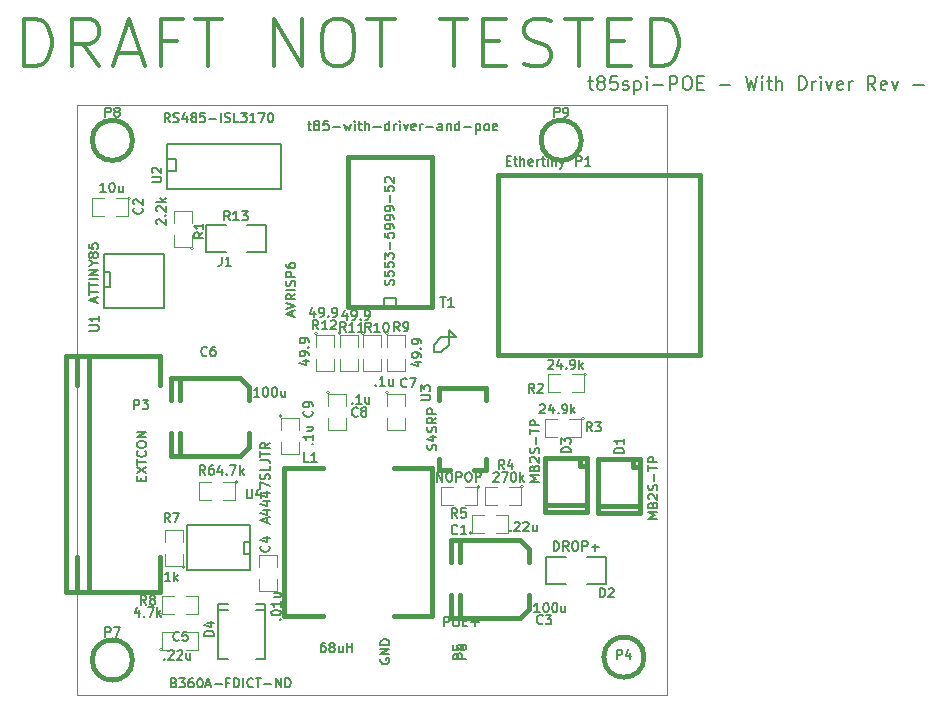
<source format=gto>
G04 (created by PCBNEW (2013-jul-07)-stable) date Wed 08 Apr 2015 02:36:29 PM EDT*
%MOIN*%
G04 Gerber Fmt 3.4, Leading zero omitted, Abs format*
%FSLAX34Y34*%
G01*
G70*
G90*
G04 APERTURE LIST*
%ADD10C,0.00590551*%
%ADD11C,0.0065*%
%ADD12C,0.00393701*%
%ADD13C,0.011811*%
%ADD14C,0.0075*%
%ADD15C,0.00787402*%
%ADD16C,0.005*%
%ADD17C,0.008*%
%ADD18C,0.015*%
%ADD19C,0.0039*%
G04 APERTURE END LIST*
G54D10*
G54D11*
X36822Y-20716D02*
X36944Y-20716D01*
X36868Y-20609D02*
X36868Y-20883D01*
X36883Y-20914D01*
X36914Y-20929D01*
X36944Y-20929D01*
X37097Y-20746D02*
X37066Y-20731D01*
X37051Y-20716D01*
X37036Y-20685D01*
X37036Y-20670D01*
X37051Y-20640D01*
X37066Y-20624D01*
X37097Y-20609D01*
X37158Y-20609D01*
X37188Y-20624D01*
X37203Y-20640D01*
X37219Y-20670D01*
X37219Y-20685D01*
X37203Y-20716D01*
X37188Y-20731D01*
X37158Y-20746D01*
X37097Y-20746D01*
X37066Y-20761D01*
X37051Y-20777D01*
X37036Y-20807D01*
X37036Y-20868D01*
X37051Y-20899D01*
X37066Y-20914D01*
X37097Y-20929D01*
X37158Y-20929D01*
X37188Y-20914D01*
X37203Y-20899D01*
X37219Y-20868D01*
X37219Y-20807D01*
X37203Y-20777D01*
X37188Y-20761D01*
X37158Y-20746D01*
X37508Y-20609D02*
X37356Y-20609D01*
X37340Y-20761D01*
X37356Y-20746D01*
X37386Y-20731D01*
X37462Y-20731D01*
X37493Y-20746D01*
X37508Y-20761D01*
X37523Y-20792D01*
X37523Y-20868D01*
X37508Y-20899D01*
X37493Y-20914D01*
X37462Y-20929D01*
X37386Y-20929D01*
X37356Y-20914D01*
X37340Y-20899D01*
X37660Y-20807D02*
X37904Y-20807D01*
X38026Y-20716D02*
X38087Y-20929D01*
X38148Y-20777D01*
X38209Y-20929D01*
X38270Y-20716D01*
X38392Y-20929D02*
X38392Y-20716D01*
X38392Y-20609D02*
X38377Y-20624D01*
X38392Y-20640D01*
X38407Y-20624D01*
X38392Y-20609D01*
X38392Y-20640D01*
X38499Y-20716D02*
X38620Y-20716D01*
X38544Y-20609D02*
X38544Y-20883D01*
X38560Y-20914D01*
X38590Y-20929D01*
X38620Y-20929D01*
X38727Y-20929D02*
X38727Y-20609D01*
X38864Y-20929D02*
X38864Y-20761D01*
X38849Y-20731D01*
X38819Y-20716D01*
X38773Y-20716D01*
X38742Y-20731D01*
X38727Y-20746D01*
X39017Y-20807D02*
X39260Y-20807D01*
X39550Y-20929D02*
X39550Y-20609D01*
X39550Y-20914D02*
X39520Y-20929D01*
X39459Y-20929D01*
X39428Y-20914D01*
X39413Y-20899D01*
X39398Y-20868D01*
X39398Y-20777D01*
X39413Y-20746D01*
X39428Y-20731D01*
X39459Y-20716D01*
X39520Y-20716D01*
X39550Y-20731D01*
X39702Y-20929D02*
X39702Y-20716D01*
X39702Y-20777D02*
X39718Y-20746D01*
X39733Y-20731D01*
X39763Y-20716D01*
X39794Y-20716D01*
X39900Y-20929D02*
X39900Y-20716D01*
X39900Y-20609D02*
X39885Y-20624D01*
X39900Y-20640D01*
X39916Y-20624D01*
X39900Y-20609D01*
X39900Y-20640D01*
X40022Y-20716D02*
X40099Y-20929D01*
X40175Y-20716D01*
X40419Y-20914D02*
X40388Y-20929D01*
X40327Y-20929D01*
X40297Y-20914D01*
X40281Y-20883D01*
X40281Y-20761D01*
X40297Y-20731D01*
X40327Y-20716D01*
X40388Y-20716D01*
X40419Y-20731D01*
X40434Y-20761D01*
X40434Y-20792D01*
X40281Y-20822D01*
X40571Y-20929D02*
X40571Y-20716D01*
X40571Y-20777D02*
X40586Y-20746D01*
X40601Y-20731D01*
X40632Y-20716D01*
X40662Y-20716D01*
X40769Y-20807D02*
X41013Y-20807D01*
X41302Y-20929D02*
X41302Y-20761D01*
X41287Y-20731D01*
X41257Y-20716D01*
X41196Y-20716D01*
X41165Y-20731D01*
X41302Y-20914D02*
X41272Y-20929D01*
X41196Y-20929D01*
X41165Y-20914D01*
X41150Y-20883D01*
X41150Y-20853D01*
X41165Y-20822D01*
X41196Y-20807D01*
X41272Y-20807D01*
X41302Y-20792D01*
X41455Y-20716D02*
X41455Y-20929D01*
X41455Y-20746D02*
X41470Y-20731D01*
X41500Y-20716D01*
X41546Y-20716D01*
X41577Y-20731D01*
X41592Y-20761D01*
X41592Y-20929D01*
X41881Y-20929D02*
X41881Y-20609D01*
X41881Y-20914D02*
X41851Y-20929D01*
X41790Y-20929D01*
X41760Y-20914D01*
X41744Y-20899D01*
X41729Y-20868D01*
X41729Y-20777D01*
X41744Y-20746D01*
X41760Y-20731D01*
X41790Y-20716D01*
X41851Y-20716D01*
X41881Y-20731D01*
X42034Y-20807D02*
X42278Y-20807D01*
X42430Y-20716D02*
X42430Y-21036D01*
X42430Y-20731D02*
X42460Y-20716D01*
X42521Y-20716D01*
X42552Y-20731D01*
X42567Y-20746D01*
X42582Y-20777D01*
X42582Y-20868D01*
X42567Y-20899D01*
X42552Y-20914D01*
X42521Y-20929D01*
X42460Y-20929D01*
X42430Y-20914D01*
X42765Y-20929D02*
X42735Y-20914D01*
X42720Y-20899D01*
X42704Y-20868D01*
X42704Y-20777D01*
X42720Y-20746D01*
X42735Y-20731D01*
X42765Y-20716D01*
X42811Y-20716D01*
X42841Y-20731D01*
X42857Y-20746D01*
X42872Y-20777D01*
X42872Y-20868D01*
X42857Y-20899D01*
X42841Y-20914D01*
X42811Y-20929D01*
X42765Y-20929D01*
X43131Y-20914D02*
X43100Y-20929D01*
X43039Y-20929D01*
X43009Y-20914D01*
X42994Y-20883D01*
X42994Y-20761D01*
X43009Y-20731D01*
X43039Y-20716D01*
X43100Y-20716D01*
X43131Y-20731D01*
X43146Y-20761D01*
X43146Y-20792D01*
X42994Y-20822D01*
G54D12*
X48818Y-39763D02*
X48818Y-20078D01*
X29133Y-39763D02*
X48818Y-39763D01*
X29133Y-20078D02*
X29133Y-39763D01*
X48818Y-20078D02*
X29133Y-20078D01*
G54D13*
X27381Y-18793D02*
X27381Y-17203D01*
X27759Y-17203D01*
X27987Y-17278D01*
X28138Y-17430D01*
X28214Y-17581D01*
X28290Y-17884D01*
X28290Y-18112D01*
X28214Y-18415D01*
X28138Y-18566D01*
X27987Y-18718D01*
X27759Y-18793D01*
X27381Y-18793D01*
X29880Y-18793D02*
X29350Y-18036D01*
X28971Y-18793D02*
X28971Y-17203D01*
X29577Y-17203D01*
X29729Y-17278D01*
X29804Y-17354D01*
X29880Y-17506D01*
X29880Y-17733D01*
X29804Y-17884D01*
X29729Y-17960D01*
X29577Y-18036D01*
X28971Y-18036D01*
X30486Y-18339D02*
X31244Y-18339D01*
X30335Y-18793D02*
X30865Y-17203D01*
X31395Y-18793D01*
X32455Y-17960D02*
X31925Y-17960D01*
X31925Y-18793D02*
X31925Y-17203D01*
X32683Y-17203D01*
X33061Y-17203D02*
X33970Y-17203D01*
X33516Y-18793D02*
X33516Y-17203D01*
X35712Y-18793D02*
X35712Y-17203D01*
X36621Y-18793D01*
X36621Y-17203D01*
X37681Y-17203D02*
X37984Y-17203D01*
X38136Y-17278D01*
X38287Y-17430D01*
X38363Y-17733D01*
X38363Y-18263D01*
X38287Y-18566D01*
X38136Y-18718D01*
X37984Y-18793D01*
X37681Y-18793D01*
X37530Y-18718D01*
X37378Y-18566D01*
X37303Y-18263D01*
X37303Y-17733D01*
X37378Y-17430D01*
X37530Y-17278D01*
X37681Y-17203D01*
X38818Y-17203D02*
X39726Y-17203D01*
X39272Y-18793D02*
X39272Y-17203D01*
X41241Y-17203D02*
X42150Y-17203D01*
X41696Y-18793D02*
X41696Y-17203D01*
X42680Y-17960D02*
X43211Y-17960D01*
X43438Y-18793D02*
X42680Y-18793D01*
X42680Y-17203D01*
X43438Y-17203D01*
X44044Y-18718D02*
X44271Y-18793D01*
X44650Y-18793D01*
X44801Y-18718D01*
X44877Y-18642D01*
X44953Y-18490D01*
X44953Y-18339D01*
X44877Y-18187D01*
X44801Y-18112D01*
X44650Y-18036D01*
X44347Y-17960D01*
X44195Y-17884D01*
X44119Y-17809D01*
X44044Y-17657D01*
X44044Y-17506D01*
X44119Y-17354D01*
X44195Y-17278D01*
X44347Y-17203D01*
X44725Y-17203D01*
X44953Y-17278D01*
X45407Y-17203D02*
X46316Y-17203D01*
X45861Y-18793D02*
X45861Y-17203D01*
X46846Y-17960D02*
X47376Y-17960D01*
X47603Y-18793D02*
X46846Y-18793D01*
X46846Y-17203D01*
X47603Y-17203D01*
X48285Y-18793D02*
X48285Y-17203D01*
X48664Y-17203D01*
X48891Y-17278D01*
X49043Y-17430D01*
X49118Y-17581D01*
X49194Y-17884D01*
X49194Y-18112D01*
X49118Y-18415D01*
X49043Y-18566D01*
X48891Y-18718D01*
X48664Y-18793D01*
X48285Y-18793D01*
G54D14*
X46175Y-19282D02*
X46346Y-19282D01*
X46239Y-19132D02*
X46239Y-19517D01*
X46260Y-19560D01*
X46303Y-19582D01*
X46346Y-19582D01*
X46560Y-19325D02*
X46517Y-19303D01*
X46496Y-19282D01*
X46475Y-19239D01*
X46475Y-19217D01*
X46496Y-19175D01*
X46517Y-19153D01*
X46560Y-19132D01*
X46646Y-19132D01*
X46689Y-19153D01*
X46710Y-19175D01*
X46732Y-19217D01*
X46732Y-19239D01*
X46710Y-19282D01*
X46689Y-19303D01*
X46646Y-19325D01*
X46560Y-19325D01*
X46517Y-19346D01*
X46496Y-19367D01*
X46475Y-19410D01*
X46475Y-19496D01*
X46496Y-19539D01*
X46517Y-19560D01*
X46560Y-19582D01*
X46646Y-19582D01*
X46689Y-19560D01*
X46710Y-19539D01*
X46732Y-19496D01*
X46732Y-19410D01*
X46710Y-19367D01*
X46689Y-19346D01*
X46646Y-19325D01*
X47139Y-19132D02*
X46925Y-19132D01*
X46903Y-19346D01*
X46925Y-19325D01*
X46967Y-19303D01*
X47075Y-19303D01*
X47117Y-19325D01*
X47139Y-19346D01*
X47160Y-19389D01*
X47160Y-19496D01*
X47139Y-19539D01*
X47117Y-19560D01*
X47075Y-19582D01*
X46967Y-19582D01*
X46925Y-19560D01*
X46903Y-19539D01*
X47332Y-19560D02*
X47374Y-19582D01*
X47460Y-19582D01*
X47503Y-19560D01*
X47524Y-19517D01*
X47524Y-19496D01*
X47503Y-19453D01*
X47460Y-19432D01*
X47396Y-19432D01*
X47353Y-19410D01*
X47332Y-19367D01*
X47332Y-19346D01*
X47353Y-19303D01*
X47396Y-19282D01*
X47460Y-19282D01*
X47503Y-19303D01*
X47717Y-19282D02*
X47717Y-19732D01*
X47717Y-19303D02*
X47760Y-19282D01*
X47846Y-19282D01*
X47889Y-19303D01*
X47910Y-19325D01*
X47932Y-19367D01*
X47932Y-19496D01*
X47910Y-19539D01*
X47889Y-19560D01*
X47846Y-19582D01*
X47760Y-19582D01*
X47717Y-19560D01*
X48125Y-19582D02*
X48125Y-19282D01*
X48125Y-19132D02*
X48103Y-19153D01*
X48125Y-19175D01*
X48146Y-19153D01*
X48125Y-19132D01*
X48125Y-19175D01*
X48339Y-19410D02*
X48682Y-19410D01*
X48896Y-19582D02*
X48896Y-19132D01*
X49067Y-19132D01*
X49110Y-19153D01*
X49132Y-19175D01*
X49153Y-19217D01*
X49153Y-19282D01*
X49132Y-19325D01*
X49110Y-19346D01*
X49067Y-19367D01*
X48896Y-19367D01*
X49432Y-19132D02*
X49517Y-19132D01*
X49560Y-19153D01*
X49603Y-19196D01*
X49625Y-19282D01*
X49625Y-19432D01*
X49603Y-19517D01*
X49560Y-19560D01*
X49517Y-19582D01*
X49432Y-19582D01*
X49389Y-19560D01*
X49346Y-19517D01*
X49325Y-19432D01*
X49325Y-19282D01*
X49346Y-19196D01*
X49389Y-19153D01*
X49432Y-19132D01*
X49817Y-19346D02*
X49967Y-19346D01*
X50032Y-19582D02*
X49817Y-19582D01*
X49817Y-19132D01*
X50032Y-19132D01*
X50567Y-19410D02*
X50910Y-19410D01*
X51425Y-19132D02*
X51532Y-19582D01*
X51617Y-19260D01*
X51703Y-19582D01*
X51810Y-19132D01*
X51982Y-19582D02*
X51982Y-19282D01*
X51982Y-19132D02*
X51960Y-19153D01*
X51982Y-19175D01*
X52003Y-19153D01*
X51982Y-19132D01*
X51982Y-19175D01*
X52132Y-19282D02*
X52303Y-19282D01*
X52196Y-19132D02*
X52196Y-19517D01*
X52217Y-19560D01*
X52260Y-19582D01*
X52303Y-19582D01*
X52453Y-19582D02*
X52453Y-19132D01*
X52646Y-19582D02*
X52646Y-19346D01*
X52625Y-19303D01*
X52582Y-19282D01*
X52517Y-19282D01*
X52475Y-19303D01*
X52453Y-19325D01*
X53203Y-19582D02*
X53203Y-19132D01*
X53310Y-19132D01*
X53375Y-19153D01*
X53417Y-19196D01*
X53439Y-19239D01*
X53460Y-19325D01*
X53460Y-19389D01*
X53439Y-19475D01*
X53417Y-19517D01*
X53375Y-19560D01*
X53310Y-19582D01*
X53203Y-19582D01*
X53653Y-19582D02*
X53653Y-19282D01*
X53653Y-19367D02*
X53675Y-19325D01*
X53696Y-19303D01*
X53739Y-19282D01*
X53782Y-19282D01*
X53932Y-19582D02*
X53932Y-19282D01*
X53932Y-19132D02*
X53910Y-19153D01*
X53932Y-19175D01*
X53953Y-19153D01*
X53932Y-19132D01*
X53932Y-19175D01*
X54103Y-19282D02*
X54210Y-19582D01*
X54317Y-19282D01*
X54660Y-19560D02*
X54617Y-19582D01*
X54532Y-19582D01*
X54489Y-19560D01*
X54467Y-19517D01*
X54467Y-19346D01*
X54489Y-19303D01*
X54532Y-19282D01*
X54617Y-19282D01*
X54660Y-19303D01*
X54682Y-19346D01*
X54682Y-19389D01*
X54467Y-19432D01*
X54875Y-19582D02*
X54875Y-19282D01*
X54875Y-19367D02*
X54896Y-19325D01*
X54917Y-19303D01*
X54960Y-19282D01*
X55003Y-19282D01*
X55753Y-19582D02*
X55603Y-19367D01*
X55496Y-19582D02*
X55496Y-19132D01*
X55667Y-19132D01*
X55710Y-19153D01*
X55732Y-19175D01*
X55753Y-19217D01*
X55753Y-19282D01*
X55732Y-19325D01*
X55710Y-19346D01*
X55667Y-19367D01*
X55496Y-19367D01*
X56117Y-19560D02*
X56075Y-19582D01*
X55989Y-19582D01*
X55946Y-19560D01*
X55925Y-19517D01*
X55925Y-19346D01*
X55946Y-19303D01*
X55989Y-19282D01*
X56075Y-19282D01*
X56117Y-19303D01*
X56139Y-19346D01*
X56139Y-19389D01*
X55925Y-19432D01*
X56289Y-19282D02*
X56396Y-19582D01*
X56503Y-19282D01*
X57017Y-19410D02*
X57360Y-19410D01*
G54D15*
X41274Y-28320D02*
X41024Y-28320D01*
X41524Y-28070D02*
X41274Y-28320D01*
X41524Y-27820D02*
X41524Y-28070D01*
X41774Y-27820D02*
X41524Y-27820D01*
X41524Y-27570D02*
X41774Y-27820D01*
X41524Y-27820D02*
X41524Y-27570D01*
X41274Y-27820D02*
X41524Y-27820D01*
X41024Y-28070D02*
X41274Y-27820D01*
X41024Y-28320D02*
X41024Y-28070D01*
G54D16*
X30031Y-25043D02*
X32031Y-25043D01*
X32031Y-25043D02*
X32031Y-26843D01*
X32031Y-26843D02*
X30031Y-26843D01*
X30031Y-26843D02*
X30031Y-25043D01*
X30031Y-25643D02*
X30231Y-25643D01*
X30231Y-25643D02*
X30231Y-26143D01*
X30231Y-26143D02*
X30031Y-26143D01*
G54D17*
X32124Y-21383D02*
X35924Y-21383D01*
X35924Y-21383D02*
X35924Y-22883D01*
X35924Y-22883D02*
X32124Y-22883D01*
X32124Y-22883D02*
X32124Y-21383D01*
X32124Y-21883D02*
X32424Y-21883D01*
X32424Y-21883D02*
X32424Y-22283D01*
X32424Y-22283D02*
X32124Y-22283D01*
G54D18*
X43163Y-22431D02*
X43163Y-28431D01*
X43163Y-28431D02*
X49913Y-28431D01*
X49913Y-28431D02*
X49913Y-22431D01*
X49913Y-22431D02*
X43163Y-22431D01*
G54D19*
X30929Y-23195D02*
G75*
G03X30929Y-23195I-50J0D01*
G74*
G01*
X30429Y-23195D02*
X30829Y-23195D01*
X30829Y-23195D02*
X30829Y-23795D01*
X30829Y-23795D02*
X30429Y-23795D01*
X30029Y-23795D02*
X29629Y-23795D01*
X29629Y-23795D02*
X29629Y-23195D01*
X29629Y-23195D02*
X30029Y-23195D01*
G54D18*
X38176Y-26816D02*
X40976Y-26816D01*
X40976Y-26816D02*
X40976Y-21816D01*
X40976Y-21816D02*
X38176Y-21816D01*
X38176Y-21816D02*
X38176Y-26816D01*
G54D17*
X39376Y-26816D02*
X39376Y-26516D01*
X39376Y-26516D02*
X39776Y-26516D01*
X39776Y-26516D02*
X39776Y-26816D01*
G54D18*
X31909Y-28443D02*
X28759Y-28443D01*
X31909Y-36317D02*
X28759Y-36317D01*
X28759Y-36317D02*
X28759Y-28443D01*
X29547Y-28443D02*
X29547Y-36317D01*
X31909Y-35136D02*
X31909Y-36317D01*
X29153Y-36317D02*
X29153Y-35136D01*
X31909Y-29427D02*
X31909Y-28443D01*
X29153Y-28443D02*
X29153Y-29427D01*
G54D19*
X33025Y-24870D02*
G75*
G03X33025Y-24870I-50J0D01*
G74*
G01*
X32975Y-24420D02*
X32975Y-24820D01*
X32975Y-24820D02*
X32375Y-24820D01*
X32375Y-24820D02*
X32375Y-24420D01*
X32375Y-24020D02*
X32375Y-23620D01*
X32375Y-23620D02*
X32975Y-23620D01*
X32975Y-23620D02*
X32975Y-24020D01*
G54D18*
X48038Y-38487D02*
G75*
G03X48038Y-38487I-670J0D01*
G74*
G01*
G54D16*
X34892Y-34133D02*
X34892Y-34083D01*
X34892Y-34083D02*
X32792Y-34083D01*
X32792Y-35583D02*
X34892Y-35583D01*
X34892Y-35583D02*
X34892Y-34133D01*
X34892Y-35033D02*
X34692Y-35033D01*
X34692Y-35033D02*
X34692Y-34633D01*
X34692Y-34633D02*
X34892Y-34633D01*
X32792Y-35583D02*
X32792Y-34083D01*
X44781Y-35161D02*
X44781Y-36061D01*
X44781Y-36061D02*
X45431Y-36061D01*
X46131Y-35161D02*
X46781Y-35161D01*
X46781Y-35161D02*
X46781Y-36061D01*
X46781Y-36061D02*
X46131Y-36061D01*
X45431Y-35161D02*
X44781Y-35161D01*
G54D19*
X46051Y-30537D02*
G75*
G03X46051Y-30537I-50J0D01*
G74*
G01*
X45551Y-30537D02*
X45951Y-30537D01*
X45951Y-30537D02*
X45951Y-31137D01*
X45951Y-31137D02*
X45551Y-31137D01*
X45151Y-31137D02*
X44751Y-31137D01*
X44751Y-31137D02*
X44751Y-30537D01*
X44751Y-30537D02*
X45151Y-30537D01*
X46120Y-29052D02*
G75*
G03X46120Y-29052I-50J0D01*
G74*
G01*
X45620Y-29052D02*
X46020Y-29052D01*
X46020Y-29052D02*
X46020Y-29652D01*
X46020Y-29652D02*
X45620Y-29652D01*
X45220Y-29652D02*
X44820Y-29652D01*
X44820Y-29652D02*
X44820Y-29052D01*
X44820Y-29052D02*
X45220Y-29052D01*
X31983Y-38243D02*
G75*
G03X31983Y-38243I-50J0D01*
G74*
G01*
X32383Y-38243D02*
X31983Y-38243D01*
X31983Y-38243D02*
X31983Y-37643D01*
X31983Y-37643D02*
X32383Y-37643D01*
X32783Y-37643D02*
X33183Y-37643D01*
X33183Y-37643D02*
X33183Y-38243D01*
X33183Y-38243D02*
X32783Y-38243D01*
X34503Y-32643D02*
G75*
G03X34503Y-32643I-50J0D01*
G74*
G01*
X34003Y-32643D02*
X34403Y-32643D01*
X34403Y-32643D02*
X34403Y-33243D01*
X34403Y-33243D02*
X34003Y-33243D01*
X33603Y-33243D02*
X33203Y-33243D01*
X33203Y-33243D02*
X33203Y-32643D01*
X33203Y-32643D02*
X33603Y-32643D01*
X31983Y-37062D02*
G75*
G03X31983Y-37062I-50J0D01*
G74*
G01*
X32383Y-37062D02*
X31983Y-37062D01*
X31983Y-37062D02*
X31983Y-36462D01*
X31983Y-36462D02*
X32383Y-36462D01*
X32783Y-36462D02*
X33183Y-36462D01*
X33183Y-36462D02*
X33183Y-37062D01*
X33183Y-37062D02*
X32783Y-37062D01*
X42560Y-32810D02*
G75*
G03X42560Y-32810I-50J0D01*
G74*
G01*
X42060Y-32810D02*
X42460Y-32810D01*
X42460Y-32810D02*
X42460Y-33410D01*
X42460Y-33410D02*
X42060Y-33410D01*
X41660Y-33410D02*
X41260Y-33410D01*
X41260Y-33410D02*
X41260Y-32810D01*
X41260Y-32810D02*
X41660Y-32810D01*
X44021Y-32810D02*
G75*
G03X44021Y-32810I-50J0D01*
G74*
G01*
X43521Y-32810D02*
X43921Y-32810D01*
X43921Y-32810D02*
X43921Y-33410D01*
X43921Y-33410D02*
X43521Y-33410D01*
X43121Y-33410D02*
X42721Y-33410D01*
X42721Y-33410D02*
X42721Y-32810D01*
X42721Y-32810D02*
X43121Y-32810D01*
X42301Y-34340D02*
G75*
G03X42301Y-34340I-50J0D01*
G74*
G01*
X42701Y-34340D02*
X42301Y-34340D01*
X42301Y-34340D02*
X42301Y-33740D01*
X42301Y-33740D02*
X42701Y-33740D01*
X43101Y-33740D02*
X43501Y-33740D01*
X43501Y-33740D02*
X43501Y-34340D01*
X43501Y-34340D02*
X43101Y-34340D01*
X35850Y-36343D02*
G75*
G03X35850Y-36343I-50J0D01*
G74*
G01*
X35800Y-35893D02*
X35800Y-36293D01*
X35800Y-36293D02*
X35200Y-36293D01*
X35200Y-36293D02*
X35200Y-35893D01*
X35200Y-35493D02*
X35200Y-35093D01*
X35200Y-35093D02*
X35800Y-35093D01*
X35800Y-35093D02*
X35800Y-35493D01*
X32735Y-35483D02*
G75*
G03X32735Y-35483I-50J0D01*
G74*
G01*
X32685Y-35033D02*
X32685Y-35433D01*
X32685Y-35433D02*
X32085Y-35433D01*
X32085Y-35433D02*
X32085Y-35033D01*
X32085Y-34633D02*
X32085Y-34233D01*
X32085Y-34233D02*
X32685Y-34233D01*
X32685Y-34233D02*
X32685Y-34633D01*
G54D18*
X41907Y-36418D02*
X41907Y-37168D01*
X41907Y-34618D02*
X41907Y-35318D01*
X41607Y-36418D02*
X41607Y-37168D01*
X41607Y-37168D02*
X43907Y-37168D01*
X43907Y-37168D02*
X44207Y-36868D01*
X44207Y-36868D02*
X44207Y-36418D01*
X41607Y-35318D02*
X41607Y-34568D01*
X41607Y-34568D02*
X43907Y-34568D01*
X43907Y-34568D02*
X44207Y-34868D01*
X44207Y-34868D02*
X44207Y-35318D01*
G54D10*
X35417Y-36919D02*
X35102Y-36919D01*
X33842Y-36919D02*
X34157Y-36919D01*
X33842Y-36722D02*
X34157Y-36722D01*
X35417Y-36722D02*
X35102Y-36722D01*
X35417Y-38533D02*
X35417Y-36722D01*
X35102Y-38533D02*
X35417Y-38533D01*
X33842Y-38533D02*
X33842Y-36722D01*
X34157Y-38533D02*
X33842Y-38533D01*
G54D18*
X41584Y-32261D02*
X41191Y-32261D01*
X41191Y-32261D02*
X41191Y-31867D01*
X42765Y-31867D02*
X42765Y-32261D01*
X42765Y-32261D02*
X42372Y-32261D01*
X42765Y-29899D02*
X42765Y-29505D01*
X42765Y-29505D02*
X42372Y-29505D01*
X42372Y-29505D02*
X41191Y-29505D01*
X41191Y-29505D02*
X41191Y-29899D01*
X46144Y-32109D02*
X45894Y-32109D01*
X45894Y-32109D02*
X45894Y-31859D01*
X46144Y-33409D02*
X44744Y-33409D01*
X46144Y-33659D02*
X46144Y-31859D01*
X46144Y-31859D02*
X44744Y-31859D01*
X44744Y-31859D02*
X44744Y-33659D01*
X44744Y-33659D02*
X46144Y-33659D01*
X47905Y-32135D02*
X47655Y-32135D01*
X47655Y-32135D02*
X47655Y-31885D01*
X47905Y-33435D02*
X46505Y-33435D01*
X47905Y-33685D02*
X47905Y-31885D01*
X47905Y-31885D02*
X46505Y-31885D01*
X46505Y-31885D02*
X46505Y-33685D01*
X46505Y-33685D02*
X47905Y-33685D01*
X39692Y-37110D02*
X40972Y-37110D01*
X40972Y-37110D02*
X40972Y-32188D01*
X40972Y-32188D02*
X39692Y-32188D01*
X36050Y-37110D02*
X37330Y-37110D01*
X36050Y-37110D02*
X36050Y-32188D01*
X36050Y-32188D02*
X37330Y-32188D01*
X32566Y-31031D02*
X32566Y-31781D01*
X32566Y-29231D02*
X32566Y-29931D01*
X32266Y-31031D02*
X32266Y-31781D01*
X32266Y-31781D02*
X34566Y-31781D01*
X34566Y-31781D02*
X34866Y-31481D01*
X34866Y-31481D02*
X34866Y-31031D01*
X32266Y-29931D02*
X32266Y-29181D01*
X32266Y-29181D02*
X34566Y-29181D01*
X34566Y-29181D02*
X34866Y-29481D01*
X34866Y-29481D02*
X34866Y-29931D01*
G54D19*
X39513Y-27696D02*
G75*
G03X39513Y-27696I-50J0D01*
G74*
G01*
X39463Y-28146D02*
X39463Y-27746D01*
X39463Y-27746D02*
X40063Y-27746D01*
X40063Y-27746D02*
X40063Y-28146D01*
X40063Y-28546D02*
X40063Y-28946D01*
X40063Y-28946D02*
X39463Y-28946D01*
X39463Y-28946D02*
X39463Y-28546D01*
X38726Y-27696D02*
G75*
G03X38726Y-27696I-50J0D01*
G74*
G01*
X38676Y-28146D02*
X38676Y-27746D01*
X38676Y-27746D02*
X39276Y-27746D01*
X39276Y-27746D02*
X39276Y-28146D01*
X39276Y-28546D02*
X39276Y-28946D01*
X39276Y-28946D02*
X38676Y-28946D01*
X38676Y-28946D02*
X38676Y-28546D01*
X37938Y-27696D02*
G75*
G03X37938Y-27696I-50J0D01*
G74*
G01*
X37888Y-28146D02*
X37888Y-27746D01*
X37888Y-27746D02*
X38488Y-27746D01*
X38488Y-27746D02*
X38488Y-28146D01*
X38488Y-28546D02*
X38488Y-28946D01*
X38488Y-28946D02*
X37888Y-28946D01*
X37888Y-28946D02*
X37888Y-28546D01*
X37151Y-27696D02*
G75*
G03X37151Y-27696I-50J0D01*
G74*
G01*
X37101Y-28146D02*
X37101Y-27746D01*
X37101Y-27746D02*
X37701Y-27746D01*
X37701Y-27746D02*
X37701Y-28146D01*
X37701Y-28546D02*
X37701Y-28946D01*
X37701Y-28946D02*
X37101Y-28946D01*
X37101Y-28946D02*
X37101Y-28546D01*
X39513Y-29664D02*
G75*
G03X39513Y-29664I-50J0D01*
G74*
G01*
X39463Y-30114D02*
X39463Y-29714D01*
X39463Y-29714D02*
X40063Y-29714D01*
X40063Y-29714D02*
X40063Y-30114D01*
X40063Y-30514D02*
X40063Y-30914D01*
X40063Y-30914D02*
X39463Y-30914D01*
X39463Y-30914D02*
X39463Y-30514D01*
X37545Y-29664D02*
G75*
G03X37545Y-29664I-50J0D01*
G74*
G01*
X37495Y-30114D02*
X37495Y-29714D01*
X37495Y-29714D02*
X38095Y-29714D01*
X38095Y-29714D02*
X38095Y-30114D01*
X38095Y-30514D02*
X38095Y-30914D01*
X38095Y-30914D02*
X37495Y-30914D01*
X37495Y-30914D02*
X37495Y-30514D01*
X35970Y-30452D02*
G75*
G03X35970Y-30452I-50J0D01*
G74*
G01*
X35920Y-30902D02*
X35920Y-30502D01*
X35920Y-30502D02*
X36520Y-30502D01*
X36520Y-30502D02*
X36520Y-30902D01*
X36520Y-31302D02*
X36520Y-31702D01*
X36520Y-31702D02*
X35920Y-31702D01*
X35920Y-31702D02*
X35920Y-31302D01*
G54D18*
X45945Y-21259D02*
G75*
G03X45945Y-21259I-670J0D01*
G74*
G01*
X30985Y-21259D02*
G75*
G03X30985Y-21259I-670J0D01*
G74*
G01*
X30985Y-38582D02*
G75*
G03X30985Y-38582I-670J0D01*
G74*
G01*
G54D16*
X35447Y-24985D02*
X35447Y-24085D01*
X35447Y-24085D02*
X34797Y-24085D01*
X34097Y-24985D02*
X33447Y-24985D01*
X33447Y-24985D02*
X33447Y-24085D01*
X33447Y-24085D02*
X34097Y-24085D01*
X34797Y-24985D02*
X35447Y-24985D01*
G54D10*
X29551Y-27603D02*
X29802Y-27603D01*
X29831Y-27589D01*
X29846Y-27574D01*
X29861Y-27544D01*
X29861Y-27485D01*
X29846Y-27456D01*
X29831Y-27441D01*
X29802Y-27426D01*
X29551Y-27426D01*
X29861Y-27116D02*
X29861Y-27293D01*
X29861Y-27205D02*
X29551Y-27205D01*
X29595Y-27234D01*
X29624Y-27264D01*
X29639Y-27293D01*
X29746Y-26644D02*
X29746Y-26496D01*
X29835Y-26673D02*
X29525Y-26570D01*
X29835Y-26467D01*
X29525Y-26408D02*
X29525Y-26230D01*
X29835Y-26319D02*
X29525Y-26319D01*
X29525Y-26171D02*
X29525Y-25994D01*
X29835Y-26083D02*
X29525Y-26083D01*
X29835Y-25891D02*
X29525Y-25891D01*
X29835Y-25743D02*
X29525Y-25743D01*
X29835Y-25566D01*
X29525Y-25566D01*
X29687Y-25360D02*
X29835Y-25360D01*
X29525Y-25463D02*
X29687Y-25360D01*
X29525Y-25256D01*
X29658Y-25109D02*
X29643Y-25138D01*
X29628Y-25153D01*
X29599Y-25168D01*
X29584Y-25168D01*
X29555Y-25153D01*
X29540Y-25138D01*
X29525Y-25109D01*
X29525Y-25050D01*
X29540Y-25020D01*
X29555Y-25005D01*
X29584Y-24990D01*
X29599Y-24990D01*
X29628Y-25005D01*
X29643Y-25020D01*
X29658Y-25050D01*
X29658Y-25109D01*
X29673Y-25138D01*
X29687Y-25153D01*
X29717Y-25168D01*
X29776Y-25168D01*
X29805Y-25153D01*
X29820Y-25138D01*
X29835Y-25109D01*
X29835Y-25050D01*
X29820Y-25020D01*
X29805Y-25005D01*
X29776Y-24990D01*
X29717Y-24990D01*
X29687Y-25005D01*
X29673Y-25020D01*
X29658Y-25050D01*
X29525Y-24710D02*
X29525Y-24858D01*
X29673Y-24872D01*
X29658Y-24858D01*
X29643Y-24828D01*
X29643Y-24754D01*
X29658Y-24725D01*
X29673Y-24710D01*
X29702Y-24695D01*
X29776Y-24695D01*
X29805Y-24710D01*
X29820Y-24725D01*
X29835Y-24754D01*
X29835Y-24828D01*
X29820Y-24858D01*
X29805Y-24872D01*
X31627Y-22654D02*
X31878Y-22654D01*
X31907Y-22639D01*
X31922Y-22624D01*
X31937Y-22595D01*
X31937Y-22536D01*
X31922Y-22506D01*
X31907Y-22491D01*
X31878Y-22477D01*
X31627Y-22477D01*
X31657Y-22344D02*
X31642Y-22329D01*
X31627Y-22299D01*
X31627Y-22226D01*
X31642Y-22196D01*
X31657Y-22181D01*
X31686Y-22167D01*
X31716Y-22167D01*
X31760Y-22181D01*
X31937Y-22358D01*
X31937Y-22167D01*
X32234Y-20651D02*
X32130Y-20503D01*
X32057Y-20651D02*
X32057Y-20341D01*
X32175Y-20341D01*
X32204Y-20356D01*
X32219Y-20371D01*
X32234Y-20400D01*
X32234Y-20444D01*
X32219Y-20474D01*
X32204Y-20489D01*
X32175Y-20503D01*
X32057Y-20503D01*
X32352Y-20636D02*
X32396Y-20651D01*
X32470Y-20651D01*
X32499Y-20636D01*
X32514Y-20621D01*
X32529Y-20592D01*
X32529Y-20562D01*
X32514Y-20533D01*
X32499Y-20518D01*
X32470Y-20503D01*
X32411Y-20489D01*
X32381Y-20474D01*
X32367Y-20459D01*
X32352Y-20430D01*
X32352Y-20400D01*
X32367Y-20371D01*
X32381Y-20356D01*
X32411Y-20341D01*
X32485Y-20341D01*
X32529Y-20356D01*
X32795Y-20444D02*
X32795Y-20651D01*
X32721Y-20326D02*
X32647Y-20548D01*
X32839Y-20548D01*
X33001Y-20474D02*
X32972Y-20459D01*
X32957Y-20444D01*
X32942Y-20415D01*
X32942Y-20400D01*
X32957Y-20371D01*
X32972Y-20356D01*
X33001Y-20341D01*
X33060Y-20341D01*
X33090Y-20356D01*
X33105Y-20371D01*
X33119Y-20400D01*
X33119Y-20415D01*
X33105Y-20444D01*
X33090Y-20459D01*
X33060Y-20474D01*
X33001Y-20474D01*
X32972Y-20489D01*
X32957Y-20503D01*
X32942Y-20533D01*
X32942Y-20592D01*
X32957Y-20621D01*
X32972Y-20636D01*
X33001Y-20651D01*
X33060Y-20651D01*
X33090Y-20636D01*
X33105Y-20621D01*
X33119Y-20592D01*
X33119Y-20533D01*
X33105Y-20503D01*
X33090Y-20489D01*
X33060Y-20474D01*
X33400Y-20341D02*
X33252Y-20341D01*
X33238Y-20489D01*
X33252Y-20474D01*
X33282Y-20459D01*
X33356Y-20459D01*
X33385Y-20474D01*
X33400Y-20489D01*
X33415Y-20518D01*
X33415Y-20592D01*
X33400Y-20621D01*
X33385Y-20636D01*
X33356Y-20651D01*
X33282Y-20651D01*
X33252Y-20636D01*
X33238Y-20621D01*
X33548Y-20533D02*
X33784Y-20533D01*
X33931Y-20651D02*
X33931Y-20341D01*
X34064Y-20636D02*
X34108Y-20651D01*
X34182Y-20651D01*
X34212Y-20636D01*
X34227Y-20621D01*
X34241Y-20592D01*
X34241Y-20562D01*
X34227Y-20533D01*
X34212Y-20518D01*
X34182Y-20503D01*
X34123Y-20489D01*
X34094Y-20474D01*
X34079Y-20459D01*
X34064Y-20430D01*
X34064Y-20400D01*
X34079Y-20371D01*
X34094Y-20356D01*
X34123Y-20341D01*
X34197Y-20341D01*
X34241Y-20356D01*
X34522Y-20651D02*
X34374Y-20651D01*
X34374Y-20341D01*
X34596Y-20341D02*
X34788Y-20341D01*
X34684Y-20459D01*
X34728Y-20459D01*
X34758Y-20474D01*
X34773Y-20489D01*
X34788Y-20518D01*
X34788Y-20592D01*
X34773Y-20621D01*
X34758Y-20636D01*
X34728Y-20651D01*
X34640Y-20651D01*
X34610Y-20636D01*
X34596Y-20621D01*
X35083Y-20651D02*
X34906Y-20651D01*
X34994Y-20651D02*
X34994Y-20341D01*
X34965Y-20385D01*
X34935Y-20415D01*
X34906Y-20430D01*
X35186Y-20341D02*
X35393Y-20341D01*
X35260Y-20651D01*
X35570Y-20341D02*
X35599Y-20341D01*
X35629Y-20356D01*
X35644Y-20371D01*
X35658Y-20400D01*
X35673Y-20459D01*
X35673Y-20533D01*
X35658Y-20592D01*
X35644Y-20621D01*
X35629Y-20636D01*
X35599Y-20651D01*
X35570Y-20651D01*
X35540Y-20636D01*
X35526Y-20621D01*
X35511Y-20592D01*
X35496Y-20533D01*
X35496Y-20459D01*
X35511Y-20400D01*
X35526Y-20371D01*
X35540Y-20356D01*
X35570Y-20341D01*
X45777Y-22105D02*
X45777Y-21795D01*
X45895Y-21795D01*
X45924Y-21810D01*
X45939Y-21824D01*
X45954Y-21854D01*
X45954Y-21898D01*
X45939Y-21928D01*
X45924Y-21942D01*
X45895Y-21957D01*
X45777Y-21957D01*
X46249Y-22105D02*
X46072Y-22105D01*
X46160Y-22105D02*
X46160Y-21795D01*
X46131Y-21839D01*
X46101Y-21869D01*
X46072Y-21883D01*
X43461Y-21942D02*
X43564Y-21942D01*
X43608Y-22105D02*
X43461Y-22105D01*
X43461Y-21795D01*
X43608Y-21795D01*
X43697Y-21898D02*
X43815Y-21898D01*
X43741Y-21795D02*
X43741Y-22060D01*
X43756Y-22090D01*
X43785Y-22105D01*
X43815Y-22105D01*
X43918Y-22105D02*
X43918Y-21795D01*
X44051Y-22105D02*
X44051Y-21942D01*
X44036Y-21913D01*
X44007Y-21898D01*
X43963Y-21898D01*
X43933Y-21913D01*
X43918Y-21928D01*
X44317Y-22090D02*
X44287Y-22105D01*
X44228Y-22105D01*
X44199Y-22090D01*
X44184Y-22060D01*
X44184Y-21942D01*
X44199Y-21913D01*
X44228Y-21898D01*
X44287Y-21898D01*
X44317Y-21913D01*
X44332Y-21942D01*
X44332Y-21972D01*
X44184Y-22001D01*
X44465Y-22105D02*
X44465Y-21898D01*
X44465Y-21957D02*
X44479Y-21928D01*
X44494Y-21913D01*
X44524Y-21898D01*
X44553Y-21898D01*
X44612Y-21898D02*
X44730Y-21898D01*
X44656Y-21795D02*
X44656Y-22060D01*
X44671Y-22090D01*
X44701Y-22105D01*
X44730Y-22105D01*
X44834Y-22105D02*
X44834Y-21898D01*
X44834Y-21795D02*
X44819Y-21810D01*
X44834Y-21824D01*
X44848Y-21810D01*
X44834Y-21795D01*
X44834Y-21824D01*
X44981Y-21898D02*
X44981Y-22105D01*
X44981Y-21928D02*
X44996Y-21913D01*
X45025Y-21898D01*
X45070Y-21898D01*
X45099Y-21913D01*
X45114Y-21942D01*
X45114Y-22105D01*
X45232Y-21898D02*
X45306Y-22105D01*
X45380Y-21898D02*
X45306Y-22105D01*
X45276Y-22179D01*
X45262Y-22193D01*
X45232Y-22208D01*
X31295Y-23516D02*
X31310Y-23531D01*
X31325Y-23575D01*
X31325Y-23605D01*
X31310Y-23649D01*
X31280Y-23679D01*
X31251Y-23693D01*
X31192Y-23708D01*
X31147Y-23708D01*
X31088Y-23693D01*
X31059Y-23679D01*
X31029Y-23649D01*
X31015Y-23605D01*
X31015Y-23575D01*
X31029Y-23531D01*
X31044Y-23516D01*
X31044Y-23398D02*
X31029Y-23383D01*
X31015Y-23354D01*
X31015Y-23280D01*
X31029Y-23250D01*
X31044Y-23236D01*
X31074Y-23221D01*
X31103Y-23221D01*
X31147Y-23236D01*
X31325Y-23413D01*
X31325Y-23221D01*
X30094Y-22983D02*
X29917Y-22983D01*
X30006Y-22983D02*
X30006Y-22673D01*
X29976Y-22717D01*
X29947Y-22747D01*
X29917Y-22762D01*
X30286Y-22673D02*
X30316Y-22673D01*
X30345Y-22688D01*
X30360Y-22703D01*
X30375Y-22732D01*
X30389Y-22791D01*
X30389Y-22865D01*
X30375Y-22924D01*
X30360Y-22953D01*
X30345Y-22968D01*
X30316Y-22983D01*
X30286Y-22983D01*
X30257Y-22968D01*
X30242Y-22953D01*
X30227Y-22924D01*
X30212Y-22865D01*
X30212Y-22791D01*
X30227Y-22732D01*
X30242Y-22703D01*
X30257Y-22688D01*
X30286Y-22673D01*
X30655Y-22776D02*
X30655Y-22983D01*
X30522Y-22776D02*
X30522Y-22939D01*
X30537Y-22968D01*
X30567Y-22983D01*
X30611Y-22983D01*
X30640Y-22968D01*
X30655Y-22953D01*
X33958Y-25135D02*
X33958Y-25356D01*
X33943Y-25401D01*
X33913Y-25430D01*
X33869Y-25445D01*
X33840Y-25445D01*
X34268Y-25445D02*
X34091Y-25445D01*
X34179Y-25445D02*
X34179Y-25135D01*
X34150Y-25179D01*
X34120Y-25209D01*
X34091Y-25223D01*
X36314Y-27109D02*
X36314Y-26962D01*
X36403Y-27139D02*
X36093Y-27035D01*
X36403Y-26932D01*
X36093Y-26873D02*
X36403Y-26770D01*
X36093Y-26666D01*
X36403Y-26386D02*
X36255Y-26489D01*
X36403Y-26563D02*
X36093Y-26563D01*
X36093Y-26445D01*
X36108Y-26415D01*
X36123Y-26401D01*
X36152Y-26386D01*
X36196Y-26386D01*
X36226Y-26401D01*
X36241Y-26415D01*
X36255Y-26445D01*
X36255Y-26563D01*
X36403Y-26253D02*
X36093Y-26253D01*
X36388Y-26120D02*
X36403Y-26076D01*
X36403Y-26002D01*
X36388Y-25973D01*
X36373Y-25958D01*
X36344Y-25943D01*
X36314Y-25943D01*
X36285Y-25958D01*
X36270Y-25973D01*
X36255Y-26002D01*
X36241Y-26061D01*
X36226Y-26091D01*
X36211Y-26105D01*
X36182Y-26120D01*
X36152Y-26120D01*
X36123Y-26105D01*
X36108Y-26091D01*
X36093Y-26061D01*
X36093Y-25987D01*
X36108Y-25943D01*
X36403Y-25810D02*
X36093Y-25810D01*
X36093Y-25692D01*
X36108Y-25663D01*
X36123Y-25648D01*
X36152Y-25633D01*
X36196Y-25633D01*
X36226Y-25648D01*
X36241Y-25663D01*
X36255Y-25692D01*
X36255Y-25810D01*
X36093Y-25367D02*
X36093Y-25426D01*
X36108Y-25456D01*
X36123Y-25471D01*
X36167Y-25500D01*
X36226Y-25515D01*
X36344Y-25515D01*
X36373Y-25500D01*
X36388Y-25485D01*
X36403Y-25456D01*
X36403Y-25397D01*
X36388Y-25367D01*
X36373Y-25353D01*
X36344Y-25338D01*
X36270Y-25338D01*
X36241Y-25353D01*
X36226Y-25367D01*
X36211Y-25397D01*
X36211Y-25456D01*
X36226Y-25485D01*
X36241Y-25500D01*
X36270Y-25515D01*
X41250Y-26491D02*
X41427Y-26491D01*
X41338Y-26801D02*
X41338Y-26491D01*
X41692Y-26801D02*
X41515Y-26801D01*
X41604Y-26801D02*
X41604Y-26491D01*
X41574Y-26536D01*
X41545Y-26565D01*
X41515Y-26580D01*
X39686Y-26077D02*
X39701Y-26033D01*
X39701Y-25959D01*
X39686Y-25929D01*
X39672Y-25915D01*
X39642Y-25900D01*
X39613Y-25900D01*
X39583Y-25915D01*
X39568Y-25929D01*
X39554Y-25959D01*
X39539Y-26018D01*
X39524Y-26047D01*
X39509Y-26062D01*
X39480Y-26077D01*
X39450Y-26077D01*
X39421Y-26062D01*
X39406Y-26047D01*
X39391Y-26018D01*
X39391Y-25944D01*
X39406Y-25900D01*
X39391Y-25619D02*
X39391Y-25767D01*
X39539Y-25782D01*
X39524Y-25767D01*
X39509Y-25737D01*
X39509Y-25664D01*
X39524Y-25634D01*
X39539Y-25619D01*
X39568Y-25605D01*
X39642Y-25605D01*
X39672Y-25619D01*
X39686Y-25634D01*
X39701Y-25664D01*
X39701Y-25737D01*
X39686Y-25767D01*
X39672Y-25782D01*
X39391Y-25324D02*
X39391Y-25472D01*
X39539Y-25486D01*
X39524Y-25472D01*
X39509Y-25442D01*
X39509Y-25368D01*
X39524Y-25339D01*
X39539Y-25324D01*
X39568Y-25309D01*
X39642Y-25309D01*
X39672Y-25324D01*
X39686Y-25339D01*
X39701Y-25368D01*
X39701Y-25442D01*
X39686Y-25472D01*
X39672Y-25486D01*
X39391Y-25206D02*
X39391Y-25014D01*
X39509Y-25117D01*
X39509Y-25073D01*
X39524Y-25044D01*
X39539Y-25029D01*
X39568Y-25014D01*
X39642Y-25014D01*
X39672Y-25029D01*
X39686Y-25044D01*
X39701Y-25073D01*
X39701Y-25162D01*
X39686Y-25191D01*
X39672Y-25206D01*
X39583Y-24881D02*
X39583Y-24645D01*
X39391Y-24350D02*
X39391Y-24497D01*
X39539Y-24512D01*
X39524Y-24497D01*
X39509Y-24468D01*
X39509Y-24394D01*
X39524Y-24365D01*
X39539Y-24350D01*
X39568Y-24335D01*
X39642Y-24335D01*
X39672Y-24350D01*
X39686Y-24365D01*
X39701Y-24394D01*
X39701Y-24468D01*
X39686Y-24497D01*
X39672Y-24512D01*
X39701Y-24187D02*
X39701Y-24128D01*
X39686Y-24099D01*
X39672Y-24084D01*
X39627Y-24055D01*
X39568Y-24040D01*
X39450Y-24040D01*
X39421Y-24055D01*
X39406Y-24069D01*
X39391Y-24099D01*
X39391Y-24158D01*
X39406Y-24187D01*
X39421Y-24202D01*
X39450Y-24217D01*
X39524Y-24217D01*
X39554Y-24202D01*
X39568Y-24187D01*
X39583Y-24158D01*
X39583Y-24099D01*
X39568Y-24069D01*
X39554Y-24055D01*
X39524Y-24040D01*
X39701Y-23892D02*
X39701Y-23833D01*
X39686Y-23804D01*
X39672Y-23789D01*
X39627Y-23759D01*
X39568Y-23745D01*
X39450Y-23745D01*
X39421Y-23759D01*
X39406Y-23774D01*
X39391Y-23804D01*
X39391Y-23863D01*
X39406Y-23892D01*
X39421Y-23907D01*
X39450Y-23922D01*
X39524Y-23922D01*
X39554Y-23907D01*
X39568Y-23892D01*
X39583Y-23863D01*
X39583Y-23804D01*
X39568Y-23774D01*
X39554Y-23759D01*
X39524Y-23745D01*
X39701Y-23597D02*
X39701Y-23538D01*
X39686Y-23508D01*
X39672Y-23494D01*
X39627Y-23464D01*
X39568Y-23449D01*
X39450Y-23449D01*
X39421Y-23464D01*
X39406Y-23479D01*
X39391Y-23508D01*
X39391Y-23567D01*
X39406Y-23597D01*
X39421Y-23612D01*
X39450Y-23626D01*
X39524Y-23626D01*
X39554Y-23612D01*
X39568Y-23597D01*
X39583Y-23567D01*
X39583Y-23508D01*
X39568Y-23479D01*
X39554Y-23464D01*
X39524Y-23449D01*
X39583Y-23316D02*
X39583Y-23080D01*
X39391Y-22785D02*
X39391Y-22933D01*
X39539Y-22947D01*
X39524Y-22933D01*
X39509Y-22903D01*
X39509Y-22829D01*
X39524Y-22800D01*
X39539Y-22785D01*
X39568Y-22770D01*
X39642Y-22770D01*
X39672Y-22785D01*
X39686Y-22800D01*
X39701Y-22829D01*
X39701Y-22903D01*
X39686Y-22933D01*
X39672Y-22947D01*
X39421Y-22652D02*
X39406Y-22637D01*
X39391Y-22608D01*
X39391Y-22534D01*
X39406Y-22505D01*
X39421Y-22490D01*
X39450Y-22475D01*
X39480Y-22475D01*
X39524Y-22490D01*
X39701Y-22667D01*
X39701Y-22475D01*
X31042Y-30215D02*
X31042Y-29905D01*
X31160Y-29905D01*
X31190Y-29920D01*
X31204Y-29935D01*
X31219Y-29964D01*
X31219Y-30009D01*
X31204Y-30038D01*
X31190Y-30053D01*
X31160Y-30068D01*
X31042Y-30068D01*
X31323Y-29905D02*
X31514Y-29905D01*
X31411Y-30024D01*
X31455Y-30024D01*
X31485Y-30038D01*
X31500Y-30053D01*
X31514Y-30083D01*
X31514Y-30156D01*
X31500Y-30186D01*
X31485Y-30201D01*
X31455Y-30215D01*
X31367Y-30215D01*
X31337Y-30201D01*
X31323Y-30186D01*
X31274Y-32606D02*
X31274Y-32503D01*
X31436Y-32458D02*
X31436Y-32606D01*
X31126Y-32606D01*
X31126Y-32458D01*
X31126Y-32355D02*
X31436Y-32148D01*
X31126Y-32148D02*
X31436Y-32355D01*
X31126Y-32074D02*
X31126Y-31897D01*
X31436Y-31986D02*
X31126Y-31986D01*
X31407Y-31617D02*
X31422Y-31632D01*
X31436Y-31676D01*
X31436Y-31705D01*
X31422Y-31750D01*
X31392Y-31779D01*
X31363Y-31794D01*
X31303Y-31809D01*
X31259Y-31809D01*
X31200Y-31794D01*
X31171Y-31779D01*
X31141Y-31750D01*
X31126Y-31705D01*
X31126Y-31676D01*
X31141Y-31632D01*
X31156Y-31617D01*
X31126Y-31425D02*
X31126Y-31366D01*
X31141Y-31336D01*
X31171Y-31307D01*
X31230Y-31292D01*
X31333Y-31292D01*
X31392Y-31307D01*
X31422Y-31336D01*
X31436Y-31366D01*
X31436Y-31425D01*
X31422Y-31454D01*
X31392Y-31484D01*
X31333Y-31499D01*
X31230Y-31499D01*
X31171Y-31484D01*
X31141Y-31454D01*
X31126Y-31425D01*
X31436Y-31159D02*
X31126Y-31159D01*
X31436Y-30982D01*
X31126Y-30982D01*
X33345Y-24331D02*
X33197Y-24435D01*
X33345Y-24508D02*
X33035Y-24508D01*
X33035Y-24390D01*
X33050Y-24361D01*
X33065Y-24346D01*
X33094Y-24331D01*
X33138Y-24331D01*
X33168Y-24346D01*
X33183Y-24361D01*
X33197Y-24390D01*
X33197Y-24508D01*
X33345Y-24036D02*
X33345Y-24213D01*
X33345Y-24125D02*
X33035Y-24125D01*
X33079Y-24154D01*
X33109Y-24184D01*
X33124Y-24213D01*
X31815Y-24065D02*
X31800Y-24050D01*
X31785Y-24021D01*
X31785Y-23947D01*
X31800Y-23917D01*
X31815Y-23903D01*
X31844Y-23888D01*
X31874Y-23888D01*
X31918Y-23903D01*
X32095Y-24080D01*
X32095Y-23888D01*
X32065Y-23755D02*
X32080Y-23740D01*
X32095Y-23755D01*
X32080Y-23770D01*
X32065Y-23755D01*
X32095Y-23755D01*
X31815Y-23622D02*
X31800Y-23607D01*
X31785Y-23578D01*
X31785Y-23504D01*
X31800Y-23475D01*
X31815Y-23460D01*
X31844Y-23445D01*
X31874Y-23445D01*
X31918Y-23460D01*
X32095Y-23637D01*
X32095Y-23445D01*
X32095Y-23312D02*
X31785Y-23312D01*
X31977Y-23283D02*
X32095Y-23194D01*
X31888Y-23194D02*
X32006Y-23312D01*
X47126Y-38551D02*
X47126Y-38241D01*
X47244Y-38241D01*
X47274Y-38256D01*
X47289Y-38271D01*
X47303Y-38300D01*
X47303Y-38344D01*
X47289Y-38374D01*
X47274Y-38389D01*
X47244Y-38403D01*
X47126Y-38403D01*
X47569Y-38344D02*
X47569Y-38551D01*
X47495Y-38226D02*
X47421Y-38448D01*
X47613Y-38448D01*
X34803Y-32886D02*
X34803Y-33137D01*
X34817Y-33166D01*
X34832Y-33181D01*
X34862Y-33196D01*
X34921Y-33196D01*
X34950Y-33181D01*
X34965Y-33166D01*
X34980Y-33137D01*
X34980Y-32886D01*
X35260Y-32989D02*
X35260Y-33196D01*
X35186Y-32871D02*
X35113Y-33093D01*
X35305Y-33093D01*
X35469Y-34005D02*
X35469Y-33858D01*
X35558Y-34035D02*
X35248Y-33931D01*
X35558Y-33828D01*
X35351Y-33592D02*
X35558Y-33592D01*
X35233Y-33666D02*
X35455Y-33740D01*
X35455Y-33548D01*
X35351Y-33297D02*
X35558Y-33297D01*
X35233Y-33370D02*
X35455Y-33444D01*
X35455Y-33252D01*
X35351Y-33001D02*
X35558Y-33001D01*
X35233Y-33075D02*
X35455Y-33149D01*
X35455Y-32957D01*
X35248Y-32869D02*
X35248Y-32662D01*
X35558Y-32795D01*
X35543Y-32559D02*
X35558Y-32514D01*
X35558Y-32440D01*
X35543Y-32411D01*
X35529Y-32396D01*
X35499Y-32381D01*
X35469Y-32381D01*
X35440Y-32396D01*
X35425Y-32411D01*
X35410Y-32440D01*
X35396Y-32500D01*
X35381Y-32529D01*
X35366Y-32544D01*
X35337Y-32559D01*
X35307Y-32559D01*
X35278Y-32544D01*
X35263Y-32529D01*
X35248Y-32500D01*
X35248Y-32426D01*
X35263Y-32381D01*
X35558Y-32101D02*
X35558Y-32249D01*
X35248Y-32249D01*
X35248Y-31909D02*
X35469Y-31909D01*
X35514Y-31924D01*
X35543Y-31953D01*
X35558Y-31998D01*
X35558Y-32027D01*
X35248Y-31806D02*
X35248Y-31629D01*
X35558Y-31717D02*
X35248Y-31717D01*
X35558Y-31348D02*
X35410Y-31451D01*
X35558Y-31525D02*
X35248Y-31525D01*
X35248Y-31407D01*
X35263Y-31378D01*
X35278Y-31363D01*
X35307Y-31348D01*
X35351Y-31348D01*
X35381Y-31363D01*
X35396Y-31378D01*
X35410Y-31407D01*
X35410Y-31525D01*
X46559Y-36497D02*
X46559Y-36187D01*
X46633Y-36187D01*
X46677Y-36202D01*
X46706Y-36231D01*
X46721Y-36261D01*
X46736Y-36320D01*
X46736Y-36364D01*
X46721Y-36423D01*
X46706Y-36453D01*
X46677Y-36482D01*
X46633Y-36497D01*
X46559Y-36497D01*
X46854Y-36217D02*
X46869Y-36202D01*
X46898Y-36187D01*
X46972Y-36187D01*
X47002Y-36202D01*
X47016Y-36217D01*
X47031Y-36246D01*
X47031Y-36276D01*
X47016Y-36320D01*
X46839Y-36497D01*
X47031Y-36497D01*
X45035Y-34937D02*
X45035Y-34627D01*
X45109Y-34627D01*
X45153Y-34642D01*
X45183Y-34671D01*
X45198Y-34701D01*
X45212Y-34760D01*
X45212Y-34804D01*
X45198Y-34863D01*
X45183Y-34893D01*
X45153Y-34922D01*
X45109Y-34937D01*
X45035Y-34937D01*
X45522Y-34937D02*
X45419Y-34789D01*
X45345Y-34937D02*
X45345Y-34627D01*
X45463Y-34627D01*
X45493Y-34642D01*
X45508Y-34656D01*
X45522Y-34686D01*
X45522Y-34730D01*
X45508Y-34760D01*
X45493Y-34774D01*
X45463Y-34789D01*
X45345Y-34789D01*
X45714Y-34627D02*
X45773Y-34627D01*
X45803Y-34642D01*
X45832Y-34671D01*
X45847Y-34730D01*
X45847Y-34833D01*
X45832Y-34893D01*
X45803Y-34922D01*
X45773Y-34937D01*
X45714Y-34937D01*
X45685Y-34922D01*
X45655Y-34893D01*
X45640Y-34833D01*
X45640Y-34730D01*
X45655Y-34671D01*
X45685Y-34642D01*
X45714Y-34627D01*
X45980Y-34937D02*
X45980Y-34627D01*
X46098Y-34627D01*
X46128Y-34642D01*
X46142Y-34656D01*
X46157Y-34686D01*
X46157Y-34730D01*
X46142Y-34760D01*
X46128Y-34774D01*
X46098Y-34789D01*
X45980Y-34789D01*
X46290Y-34819D02*
X46526Y-34819D01*
X46408Y-34937D02*
X46408Y-34701D01*
X46299Y-30963D02*
X46196Y-30815D01*
X46122Y-30963D02*
X46122Y-30653D01*
X46240Y-30653D01*
X46269Y-30668D01*
X46284Y-30682D01*
X46299Y-30712D01*
X46299Y-30756D01*
X46284Y-30786D01*
X46269Y-30801D01*
X46240Y-30815D01*
X46122Y-30815D01*
X46402Y-30653D02*
X46594Y-30653D01*
X46491Y-30771D01*
X46535Y-30771D01*
X46565Y-30786D01*
X46579Y-30801D01*
X46594Y-30830D01*
X46594Y-30904D01*
X46579Y-30933D01*
X46565Y-30948D01*
X46535Y-30963D01*
X46447Y-30963D01*
X46417Y-30948D01*
X46402Y-30933D01*
X44567Y-30082D02*
X44582Y-30068D01*
X44612Y-30053D01*
X44686Y-30053D01*
X44715Y-30068D01*
X44730Y-30082D01*
X44745Y-30112D01*
X44745Y-30142D01*
X44730Y-30186D01*
X44553Y-30363D01*
X44745Y-30363D01*
X45010Y-30156D02*
X45010Y-30363D01*
X44937Y-30038D02*
X44863Y-30260D01*
X45055Y-30260D01*
X45173Y-30333D02*
X45187Y-30348D01*
X45173Y-30363D01*
X45158Y-30348D01*
X45173Y-30333D01*
X45173Y-30363D01*
X45335Y-30363D02*
X45394Y-30363D01*
X45424Y-30348D01*
X45438Y-30333D01*
X45468Y-30289D01*
X45483Y-30230D01*
X45483Y-30112D01*
X45468Y-30082D01*
X45453Y-30068D01*
X45424Y-30053D01*
X45365Y-30053D01*
X45335Y-30068D01*
X45320Y-30082D01*
X45306Y-30112D01*
X45306Y-30186D01*
X45320Y-30215D01*
X45335Y-30230D01*
X45365Y-30245D01*
X45424Y-30245D01*
X45453Y-30230D01*
X45468Y-30215D01*
X45483Y-30186D01*
X45616Y-30363D02*
X45616Y-30053D01*
X45645Y-30245D02*
X45734Y-30363D01*
X45734Y-30156D02*
X45616Y-30274D01*
X44369Y-29677D02*
X44265Y-29529D01*
X44191Y-29677D02*
X44191Y-29367D01*
X44309Y-29367D01*
X44339Y-29382D01*
X44354Y-29397D01*
X44369Y-29426D01*
X44369Y-29470D01*
X44354Y-29500D01*
X44339Y-29515D01*
X44309Y-29529D01*
X44191Y-29529D01*
X44487Y-29397D02*
X44501Y-29382D01*
X44531Y-29367D01*
X44605Y-29367D01*
X44634Y-29382D01*
X44649Y-29397D01*
X44664Y-29426D01*
X44664Y-29456D01*
X44649Y-29500D01*
X44472Y-29677D01*
X44664Y-29677D01*
X44837Y-28597D02*
X44852Y-28582D01*
X44881Y-28567D01*
X44955Y-28567D01*
X44985Y-28582D01*
X44999Y-28597D01*
X45014Y-28626D01*
X45014Y-28656D01*
X44999Y-28700D01*
X44822Y-28877D01*
X45014Y-28877D01*
X45280Y-28670D02*
X45280Y-28877D01*
X45206Y-28552D02*
X45132Y-28774D01*
X45324Y-28774D01*
X45442Y-28847D02*
X45457Y-28862D01*
X45442Y-28877D01*
X45428Y-28862D01*
X45442Y-28847D01*
X45442Y-28877D01*
X45605Y-28877D02*
X45664Y-28877D01*
X45693Y-28862D01*
X45708Y-28847D01*
X45738Y-28803D01*
X45752Y-28744D01*
X45752Y-28626D01*
X45738Y-28597D01*
X45723Y-28582D01*
X45693Y-28567D01*
X45634Y-28567D01*
X45605Y-28582D01*
X45590Y-28597D01*
X45575Y-28626D01*
X45575Y-28700D01*
X45590Y-28729D01*
X45605Y-28744D01*
X45634Y-28759D01*
X45693Y-28759D01*
X45723Y-28744D01*
X45738Y-28729D01*
X45752Y-28700D01*
X45885Y-28877D02*
X45885Y-28567D01*
X45915Y-28759D02*
X46003Y-28877D01*
X46003Y-28670D02*
X45885Y-28788D01*
X32531Y-37914D02*
X32517Y-37929D01*
X32472Y-37944D01*
X32443Y-37944D01*
X32399Y-37929D01*
X32369Y-37899D01*
X32354Y-37870D01*
X32339Y-37811D01*
X32339Y-37767D01*
X32354Y-37708D01*
X32369Y-37678D01*
X32399Y-37649D01*
X32443Y-37634D01*
X32472Y-37634D01*
X32517Y-37649D01*
X32531Y-37663D01*
X32812Y-37634D02*
X32664Y-37634D01*
X32649Y-37781D01*
X32664Y-37767D01*
X32694Y-37752D01*
X32768Y-37752D01*
X32797Y-37767D01*
X32812Y-37781D01*
X32827Y-37811D01*
X32827Y-37885D01*
X32812Y-37914D01*
X32797Y-37929D01*
X32768Y-37944D01*
X32694Y-37944D01*
X32664Y-37929D01*
X32649Y-37914D01*
X32048Y-38539D02*
X32062Y-38554D01*
X32048Y-38569D01*
X32033Y-38554D01*
X32048Y-38539D01*
X32048Y-38569D01*
X32180Y-38288D02*
X32195Y-38274D01*
X32225Y-38259D01*
X32299Y-38259D01*
X32328Y-38274D01*
X32343Y-38288D01*
X32358Y-38318D01*
X32358Y-38347D01*
X32343Y-38392D01*
X32166Y-38569D01*
X32358Y-38569D01*
X32476Y-38288D02*
X32490Y-38274D01*
X32520Y-38259D01*
X32594Y-38259D01*
X32623Y-38274D01*
X32638Y-38288D01*
X32653Y-38318D01*
X32653Y-38347D01*
X32638Y-38392D01*
X32461Y-38569D01*
X32653Y-38569D01*
X32919Y-38362D02*
X32919Y-38569D01*
X32786Y-38362D02*
X32786Y-38524D01*
X32800Y-38554D01*
X32830Y-38569D01*
X32874Y-38569D01*
X32904Y-38554D01*
X32919Y-38539D01*
X33412Y-32408D02*
X33309Y-32261D01*
X33235Y-32408D02*
X33235Y-32098D01*
X33353Y-32098D01*
X33383Y-32113D01*
X33398Y-32128D01*
X33412Y-32157D01*
X33412Y-32202D01*
X33398Y-32231D01*
X33383Y-32246D01*
X33353Y-32261D01*
X33235Y-32261D01*
X33678Y-32098D02*
X33619Y-32098D01*
X33590Y-32113D01*
X33575Y-32128D01*
X33545Y-32172D01*
X33530Y-32231D01*
X33530Y-32349D01*
X33545Y-32379D01*
X33560Y-32394D01*
X33590Y-32408D01*
X33649Y-32408D01*
X33678Y-32394D01*
X33693Y-32379D01*
X33708Y-32349D01*
X33708Y-32276D01*
X33693Y-32246D01*
X33678Y-32231D01*
X33649Y-32217D01*
X33590Y-32217D01*
X33560Y-32231D01*
X33545Y-32246D01*
X33530Y-32276D01*
X33964Y-32202D02*
X33964Y-32408D01*
X33890Y-32084D02*
X33816Y-32305D01*
X34008Y-32305D01*
X34126Y-32379D02*
X34141Y-32394D01*
X34126Y-32408D01*
X34111Y-32394D01*
X34126Y-32379D01*
X34126Y-32408D01*
X34244Y-32098D02*
X34451Y-32098D01*
X34318Y-32408D01*
X34569Y-32408D02*
X34569Y-32098D01*
X34598Y-32290D02*
X34687Y-32408D01*
X34687Y-32202D02*
X34569Y-32320D01*
X31444Y-36739D02*
X31341Y-36592D01*
X31267Y-36739D02*
X31267Y-36429D01*
X31385Y-36429D01*
X31414Y-36444D01*
X31429Y-36459D01*
X31444Y-36488D01*
X31444Y-36532D01*
X31429Y-36562D01*
X31414Y-36577D01*
X31385Y-36592D01*
X31267Y-36592D01*
X31621Y-36562D02*
X31592Y-36547D01*
X31577Y-36532D01*
X31562Y-36503D01*
X31562Y-36488D01*
X31577Y-36459D01*
X31592Y-36444D01*
X31621Y-36429D01*
X31680Y-36429D01*
X31710Y-36444D01*
X31724Y-36459D01*
X31739Y-36488D01*
X31739Y-36503D01*
X31724Y-36532D01*
X31710Y-36547D01*
X31680Y-36562D01*
X31621Y-36562D01*
X31592Y-36577D01*
X31577Y-36592D01*
X31562Y-36621D01*
X31562Y-36680D01*
X31577Y-36710D01*
X31592Y-36724D01*
X31621Y-36739D01*
X31680Y-36739D01*
X31710Y-36724D01*
X31724Y-36710D01*
X31739Y-36680D01*
X31739Y-36621D01*
X31724Y-36592D01*
X31710Y-36577D01*
X31680Y-36562D01*
X31208Y-36926D02*
X31208Y-37133D01*
X31134Y-36808D02*
X31060Y-37030D01*
X31252Y-37030D01*
X31370Y-37103D02*
X31385Y-37118D01*
X31370Y-37133D01*
X31355Y-37118D01*
X31370Y-37103D01*
X31370Y-37133D01*
X31488Y-36823D02*
X31695Y-36823D01*
X31562Y-37133D01*
X31813Y-37133D02*
X31813Y-36823D01*
X31842Y-37015D02*
X31931Y-37133D01*
X31931Y-36926D02*
X31813Y-37044D01*
X41808Y-33835D02*
X41705Y-33687D01*
X41631Y-33835D02*
X41631Y-33525D01*
X41749Y-33525D01*
X41779Y-33540D01*
X41793Y-33555D01*
X41808Y-33584D01*
X41808Y-33628D01*
X41793Y-33658D01*
X41779Y-33673D01*
X41749Y-33687D01*
X41631Y-33687D01*
X42089Y-33525D02*
X41941Y-33525D01*
X41926Y-33673D01*
X41941Y-33658D01*
X41970Y-33643D01*
X42044Y-33643D01*
X42074Y-33658D01*
X42089Y-33673D01*
X42103Y-33702D01*
X42103Y-33776D01*
X42089Y-33806D01*
X42074Y-33820D01*
X42044Y-33835D01*
X41970Y-33835D01*
X41941Y-33820D01*
X41926Y-33806D01*
X41136Y-32635D02*
X41136Y-32325D01*
X41314Y-32635D01*
X41314Y-32325D01*
X41520Y-32325D02*
X41579Y-32325D01*
X41609Y-32340D01*
X41638Y-32369D01*
X41653Y-32428D01*
X41653Y-32532D01*
X41638Y-32591D01*
X41609Y-32620D01*
X41579Y-32635D01*
X41520Y-32635D01*
X41491Y-32620D01*
X41461Y-32591D01*
X41446Y-32532D01*
X41446Y-32428D01*
X41461Y-32369D01*
X41491Y-32340D01*
X41520Y-32325D01*
X41786Y-32635D02*
X41786Y-32325D01*
X41904Y-32325D01*
X41934Y-32340D01*
X41948Y-32355D01*
X41963Y-32384D01*
X41963Y-32428D01*
X41948Y-32458D01*
X41934Y-32473D01*
X41904Y-32487D01*
X41786Y-32487D01*
X42155Y-32325D02*
X42214Y-32325D01*
X42244Y-32340D01*
X42273Y-32369D01*
X42288Y-32428D01*
X42288Y-32532D01*
X42273Y-32591D01*
X42244Y-32620D01*
X42214Y-32635D01*
X42155Y-32635D01*
X42125Y-32620D01*
X42096Y-32591D01*
X42081Y-32532D01*
X42081Y-32428D01*
X42096Y-32369D01*
X42125Y-32340D01*
X42155Y-32325D01*
X42421Y-32635D02*
X42421Y-32325D01*
X42539Y-32325D01*
X42568Y-32340D01*
X42583Y-32355D01*
X42598Y-32384D01*
X42598Y-32428D01*
X42583Y-32458D01*
X42568Y-32473D01*
X42539Y-32487D01*
X42421Y-32487D01*
X43369Y-32220D02*
X43266Y-32072D01*
X43192Y-32220D02*
X43192Y-31910D01*
X43310Y-31910D01*
X43339Y-31925D01*
X43354Y-31940D01*
X43369Y-31969D01*
X43369Y-32013D01*
X43354Y-32043D01*
X43339Y-32058D01*
X43310Y-32072D01*
X43192Y-32072D01*
X43635Y-32013D02*
X43635Y-32220D01*
X43561Y-31895D02*
X43487Y-32117D01*
X43679Y-32117D01*
X43011Y-32355D02*
X43026Y-32340D01*
X43056Y-32325D01*
X43129Y-32325D01*
X43159Y-32340D01*
X43174Y-32355D01*
X43188Y-32384D01*
X43188Y-32414D01*
X43174Y-32458D01*
X42996Y-32635D01*
X43188Y-32635D01*
X43292Y-32325D02*
X43498Y-32325D01*
X43366Y-32635D01*
X43676Y-32325D02*
X43705Y-32325D01*
X43735Y-32340D01*
X43749Y-32355D01*
X43764Y-32384D01*
X43779Y-32443D01*
X43779Y-32517D01*
X43764Y-32576D01*
X43749Y-32606D01*
X43735Y-32620D01*
X43705Y-32635D01*
X43676Y-32635D01*
X43646Y-32620D01*
X43631Y-32606D01*
X43616Y-32576D01*
X43602Y-32517D01*
X43602Y-32443D01*
X43616Y-32384D01*
X43631Y-32355D01*
X43646Y-32340D01*
X43676Y-32325D01*
X43912Y-32635D02*
X43912Y-32325D01*
X43941Y-32517D02*
X44030Y-32635D01*
X44030Y-32428D02*
X43912Y-32547D01*
X41815Y-34353D02*
X41800Y-34368D01*
X41756Y-34383D01*
X41726Y-34383D01*
X41682Y-34368D01*
X41652Y-34339D01*
X41638Y-34309D01*
X41623Y-34250D01*
X41623Y-34206D01*
X41638Y-34147D01*
X41652Y-34117D01*
X41682Y-34088D01*
X41726Y-34073D01*
X41756Y-34073D01*
X41800Y-34088D01*
X41815Y-34103D01*
X42110Y-34383D02*
X41933Y-34383D01*
X42022Y-34383D02*
X42022Y-34073D01*
X41992Y-34117D01*
X41962Y-34147D01*
X41933Y-34162D01*
X43587Y-34255D02*
X43602Y-34270D01*
X43587Y-34285D01*
X43572Y-34270D01*
X43587Y-34255D01*
X43587Y-34285D01*
X43720Y-34005D02*
X43735Y-33990D01*
X43764Y-33975D01*
X43838Y-33975D01*
X43867Y-33990D01*
X43882Y-34005D01*
X43897Y-34034D01*
X43897Y-34064D01*
X43882Y-34108D01*
X43705Y-34285D01*
X43897Y-34285D01*
X44015Y-34005D02*
X44030Y-33990D01*
X44059Y-33975D01*
X44133Y-33975D01*
X44163Y-33990D01*
X44178Y-34005D01*
X44192Y-34034D01*
X44192Y-34064D01*
X44178Y-34108D01*
X44000Y-34285D01*
X44192Y-34285D01*
X44458Y-34078D02*
X44458Y-34285D01*
X44325Y-34078D02*
X44325Y-34241D01*
X44340Y-34270D01*
X44369Y-34285D01*
X44414Y-34285D01*
X44443Y-34270D01*
X44458Y-34255D01*
X35529Y-34775D02*
X35543Y-34790D01*
X35558Y-34834D01*
X35558Y-34864D01*
X35543Y-34908D01*
X35514Y-34938D01*
X35484Y-34952D01*
X35425Y-34967D01*
X35381Y-34967D01*
X35322Y-34952D01*
X35292Y-34938D01*
X35263Y-34908D01*
X35248Y-34864D01*
X35248Y-34834D01*
X35263Y-34790D01*
X35278Y-34775D01*
X35351Y-34509D02*
X35558Y-34509D01*
X35233Y-34583D02*
X35455Y-34657D01*
X35455Y-34465D01*
X35896Y-37228D02*
X35911Y-37214D01*
X35926Y-37228D01*
X35911Y-37243D01*
X35896Y-37228D01*
X35926Y-37228D01*
X35616Y-37022D02*
X35616Y-36992D01*
X35630Y-36963D01*
X35645Y-36948D01*
X35675Y-36933D01*
X35734Y-36918D01*
X35807Y-36918D01*
X35867Y-36933D01*
X35896Y-36948D01*
X35911Y-36963D01*
X35926Y-36992D01*
X35926Y-37022D01*
X35911Y-37051D01*
X35896Y-37066D01*
X35867Y-37081D01*
X35807Y-37096D01*
X35734Y-37096D01*
X35675Y-37081D01*
X35645Y-37066D01*
X35630Y-37051D01*
X35616Y-37022D01*
X35926Y-36623D02*
X35926Y-36800D01*
X35926Y-36712D02*
X35616Y-36712D01*
X35660Y-36741D01*
X35689Y-36771D01*
X35704Y-36800D01*
X35719Y-36358D02*
X35926Y-36358D01*
X35719Y-36490D02*
X35881Y-36490D01*
X35911Y-36476D01*
X35926Y-36446D01*
X35926Y-36402D01*
X35911Y-36372D01*
X35896Y-36358D01*
X32231Y-33983D02*
X32128Y-33836D01*
X32054Y-33983D02*
X32054Y-33673D01*
X32172Y-33673D01*
X32202Y-33688D01*
X32217Y-33703D01*
X32231Y-33732D01*
X32231Y-33777D01*
X32217Y-33806D01*
X32202Y-33821D01*
X32172Y-33836D01*
X32054Y-33836D01*
X32335Y-33673D02*
X32541Y-33673D01*
X32408Y-33983D01*
X32246Y-35952D02*
X32069Y-35952D01*
X32157Y-35952D02*
X32157Y-35642D01*
X32128Y-35686D01*
X32098Y-35716D01*
X32069Y-35730D01*
X32379Y-35952D02*
X32379Y-35642D01*
X32408Y-35834D02*
X32497Y-35952D01*
X32497Y-35745D02*
X32379Y-35863D01*
X44656Y-37364D02*
X44641Y-37379D01*
X44597Y-37394D01*
X44567Y-37394D01*
X44523Y-37379D01*
X44493Y-37349D01*
X44478Y-37320D01*
X44464Y-37261D01*
X44464Y-37216D01*
X44478Y-37157D01*
X44493Y-37128D01*
X44523Y-37098D01*
X44567Y-37084D01*
X44597Y-37084D01*
X44641Y-37098D01*
X44656Y-37113D01*
X44759Y-37084D02*
X44951Y-37084D01*
X44848Y-37202D01*
X44892Y-37202D01*
X44921Y-37216D01*
X44936Y-37231D01*
X44951Y-37261D01*
X44951Y-37335D01*
X44936Y-37364D01*
X44921Y-37379D01*
X44892Y-37394D01*
X44803Y-37394D01*
X44774Y-37379D01*
X44759Y-37364D01*
X44560Y-36994D02*
X44383Y-36994D01*
X44472Y-36994D02*
X44472Y-36684D01*
X44442Y-36728D01*
X44413Y-36757D01*
X44383Y-36772D01*
X44752Y-36684D02*
X44782Y-36684D01*
X44811Y-36698D01*
X44826Y-36713D01*
X44841Y-36743D01*
X44856Y-36802D01*
X44856Y-36875D01*
X44841Y-36935D01*
X44826Y-36964D01*
X44811Y-36979D01*
X44782Y-36994D01*
X44752Y-36994D01*
X44723Y-36979D01*
X44708Y-36964D01*
X44693Y-36935D01*
X44678Y-36875D01*
X44678Y-36802D01*
X44693Y-36743D01*
X44708Y-36713D01*
X44723Y-36698D01*
X44752Y-36684D01*
X45048Y-36684D02*
X45077Y-36684D01*
X45107Y-36698D01*
X45121Y-36713D01*
X45136Y-36743D01*
X45151Y-36802D01*
X45151Y-36875D01*
X45136Y-36935D01*
X45121Y-36964D01*
X45107Y-36979D01*
X45077Y-36994D01*
X45048Y-36994D01*
X45018Y-36979D01*
X45003Y-36964D01*
X44988Y-36935D01*
X44974Y-36875D01*
X44974Y-36802D01*
X44988Y-36743D01*
X45003Y-36713D01*
X45018Y-36698D01*
X45048Y-36684D01*
X45417Y-36787D02*
X45417Y-36994D01*
X45284Y-36787D02*
X45284Y-36949D01*
X45298Y-36979D01*
X45328Y-36994D01*
X45372Y-36994D01*
X45402Y-36979D01*
X45417Y-36964D01*
X33692Y-37778D02*
X33382Y-37778D01*
X33382Y-37704D01*
X33397Y-37660D01*
X33427Y-37630D01*
X33456Y-37616D01*
X33515Y-37601D01*
X33559Y-37601D01*
X33618Y-37616D01*
X33648Y-37630D01*
X33678Y-37660D01*
X33692Y-37704D01*
X33692Y-37778D01*
X33486Y-37335D02*
X33692Y-37335D01*
X33368Y-37409D02*
X33589Y-37483D01*
X33589Y-37291D01*
X32362Y-39333D02*
X32406Y-39347D01*
X32421Y-39362D01*
X32436Y-39392D01*
X32436Y-39436D01*
X32421Y-39466D01*
X32406Y-39480D01*
X32377Y-39495D01*
X32259Y-39495D01*
X32259Y-39185D01*
X32362Y-39185D01*
X32391Y-39200D01*
X32406Y-39215D01*
X32421Y-39244D01*
X32421Y-39274D01*
X32406Y-39303D01*
X32391Y-39318D01*
X32362Y-39333D01*
X32259Y-39333D01*
X32539Y-39185D02*
X32731Y-39185D01*
X32628Y-39303D01*
X32672Y-39303D01*
X32701Y-39318D01*
X32716Y-39333D01*
X32731Y-39362D01*
X32731Y-39436D01*
X32716Y-39466D01*
X32701Y-39480D01*
X32672Y-39495D01*
X32583Y-39495D01*
X32554Y-39480D01*
X32539Y-39466D01*
X32997Y-39185D02*
X32938Y-39185D01*
X32908Y-39200D01*
X32893Y-39215D01*
X32864Y-39259D01*
X32849Y-39318D01*
X32849Y-39436D01*
X32864Y-39466D01*
X32879Y-39480D01*
X32908Y-39495D01*
X32967Y-39495D01*
X32997Y-39480D01*
X33011Y-39466D01*
X33026Y-39436D01*
X33026Y-39362D01*
X33011Y-39333D01*
X32997Y-39318D01*
X32967Y-39303D01*
X32908Y-39303D01*
X32879Y-39318D01*
X32864Y-39333D01*
X32849Y-39362D01*
X33218Y-39185D02*
X33248Y-39185D01*
X33277Y-39200D01*
X33292Y-39215D01*
X33307Y-39244D01*
X33321Y-39303D01*
X33321Y-39377D01*
X33307Y-39436D01*
X33292Y-39466D01*
X33277Y-39480D01*
X33248Y-39495D01*
X33218Y-39495D01*
X33189Y-39480D01*
X33174Y-39466D01*
X33159Y-39436D01*
X33144Y-39377D01*
X33144Y-39303D01*
X33159Y-39244D01*
X33174Y-39215D01*
X33189Y-39200D01*
X33218Y-39185D01*
X33440Y-39406D02*
X33587Y-39406D01*
X33410Y-39495D02*
X33513Y-39185D01*
X33617Y-39495D01*
X33720Y-39377D02*
X33956Y-39377D01*
X34207Y-39333D02*
X34104Y-39333D01*
X34104Y-39495D02*
X34104Y-39185D01*
X34251Y-39185D01*
X34370Y-39495D02*
X34370Y-39185D01*
X34443Y-39185D01*
X34488Y-39200D01*
X34517Y-39229D01*
X34532Y-39259D01*
X34547Y-39318D01*
X34547Y-39362D01*
X34532Y-39421D01*
X34517Y-39451D01*
X34488Y-39480D01*
X34443Y-39495D01*
X34370Y-39495D01*
X34680Y-39495D02*
X34680Y-39185D01*
X35004Y-39466D02*
X34990Y-39480D01*
X34945Y-39495D01*
X34916Y-39495D01*
X34871Y-39480D01*
X34842Y-39451D01*
X34827Y-39421D01*
X34812Y-39362D01*
X34812Y-39318D01*
X34827Y-39259D01*
X34842Y-39229D01*
X34871Y-39200D01*
X34916Y-39185D01*
X34945Y-39185D01*
X34990Y-39200D01*
X35004Y-39215D01*
X35093Y-39185D02*
X35270Y-39185D01*
X35181Y-39495D02*
X35181Y-39185D01*
X35373Y-39377D02*
X35610Y-39377D01*
X35757Y-39495D02*
X35757Y-39185D01*
X35934Y-39495D01*
X35934Y-39185D01*
X36082Y-39495D02*
X36082Y-39185D01*
X36156Y-39185D01*
X36200Y-39200D01*
X36230Y-39229D01*
X36244Y-39259D01*
X36259Y-39318D01*
X36259Y-39362D01*
X36244Y-39421D01*
X36230Y-39451D01*
X36200Y-39480D01*
X36156Y-39495D01*
X36082Y-39495D01*
X40593Y-29919D02*
X40844Y-29919D01*
X40874Y-29904D01*
X40889Y-29889D01*
X40903Y-29860D01*
X40903Y-29801D01*
X40889Y-29771D01*
X40874Y-29756D01*
X40844Y-29742D01*
X40593Y-29742D01*
X40593Y-29623D02*
X40593Y-29432D01*
X40711Y-29535D01*
X40711Y-29491D01*
X40726Y-29461D01*
X40741Y-29446D01*
X40770Y-29432D01*
X40844Y-29432D01*
X40874Y-29446D01*
X40889Y-29461D01*
X40903Y-29491D01*
X40903Y-29579D01*
X40889Y-29609D01*
X40874Y-29623D01*
X41105Y-31576D02*
X41119Y-31532D01*
X41119Y-31458D01*
X41105Y-31429D01*
X41090Y-31414D01*
X41060Y-31399D01*
X41031Y-31399D01*
X41001Y-31414D01*
X40986Y-31429D01*
X40972Y-31458D01*
X40957Y-31517D01*
X40942Y-31547D01*
X40927Y-31562D01*
X40898Y-31576D01*
X40868Y-31576D01*
X40839Y-31562D01*
X40824Y-31547D01*
X40809Y-31517D01*
X40809Y-31443D01*
X40824Y-31399D01*
X40913Y-31133D02*
X41119Y-31133D01*
X40795Y-31207D02*
X41016Y-31281D01*
X41016Y-31089D01*
X41105Y-30986D02*
X41119Y-30942D01*
X41119Y-30868D01*
X41105Y-30838D01*
X41090Y-30823D01*
X41060Y-30809D01*
X41031Y-30809D01*
X41001Y-30823D01*
X40986Y-30838D01*
X40972Y-30868D01*
X40957Y-30927D01*
X40942Y-30956D01*
X40927Y-30971D01*
X40898Y-30986D01*
X40868Y-30986D01*
X40839Y-30971D01*
X40824Y-30956D01*
X40809Y-30927D01*
X40809Y-30853D01*
X40824Y-30809D01*
X41119Y-30499D02*
X40972Y-30602D01*
X41119Y-30676D02*
X40809Y-30676D01*
X40809Y-30558D01*
X40824Y-30528D01*
X40839Y-30513D01*
X40868Y-30499D01*
X40913Y-30499D01*
X40942Y-30513D01*
X40957Y-30528D01*
X40972Y-30558D01*
X40972Y-30676D01*
X41119Y-30366D02*
X40809Y-30366D01*
X40809Y-30248D01*
X40824Y-30218D01*
X40839Y-30203D01*
X40868Y-30189D01*
X40913Y-30189D01*
X40942Y-30203D01*
X40957Y-30218D01*
X40972Y-30248D01*
X40972Y-30366D01*
X45595Y-31653D02*
X45285Y-31653D01*
X45285Y-31579D01*
X45300Y-31535D01*
X45329Y-31506D01*
X45359Y-31491D01*
X45418Y-31476D01*
X45462Y-31476D01*
X45521Y-31491D01*
X45551Y-31506D01*
X45580Y-31535D01*
X45595Y-31579D01*
X45595Y-31653D01*
X45285Y-31373D02*
X45285Y-31181D01*
X45403Y-31284D01*
X45403Y-31240D01*
X45418Y-31210D01*
X45433Y-31196D01*
X45462Y-31181D01*
X45536Y-31181D01*
X45566Y-31196D01*
X45580Y-31210D01*
X45595Y-31240D01*
X45595Y-31328D01*
X45580Y-31358D01*
X45566Y-31373D01*
X44540Y-32638D02*
X44230Y-32638D01*
X44451Y-32535D01*
X44230Y-32431D01*
X44540Y-32431D01*
X44378Y-32180D02*
X44392Y-32136D01*
X44407Y-32121D01*
X44437Y-32107D01*
X44481Y-32107D01*
X44510Y-32121D01*
X44525Y-32136D01*
X44540Y-32166D01*
X44540Y-32284D01*
X44230Y-32284D01*
X44230Y-32180D01*
X44245Y-32151D01*
X44260Y-32136D01*
X44289Y-32121D01*
X44319Y-32121D01*
X44348Y-32136D01*
X44363Y-32151D01*
X44378Y-32180D01*
X44378Y-32284D01*
X44260Y-31989D02*
X44245Y-31974D01*
X44230Y-31944D01*
X44230Y-31870D01*
X44245Y-31841D01*
X44260Y-31826D01*
X44289Y-31811D01*
X44319Y-31811D01*
X44363Y-31826D01*
X44540Y-32003D01*
X44540Y-31811D01*
X44525Y-31693D02*
X44540Y-31649D01*
X44540Y-31575D01*
X44525Y-31546D01*
X44510Y-31531D01*
X44481Y-31516D01*
X44451Y-31516D01*
X44422Y-31531D01*
X44407Y-31546D01*
X44392Y-31575D01*
X44378Y-31634D01*
X44363Y-31664D01*
X44348Y-31679D01*
X44319Y-31693D01*
X44289Y-31693D01*
X44260Y-31679D01*
X44245Y-31664D01*
X44230Y-31634D01*
X44230Y-31560D01*
X44245Y-31516D01*
X44422Y-31383D02*
X44422Y-31147D01*
X44230Y-31044D02*
X44230Y-30867D01*
X44540Y-30955D02*
X44230Y-30955D01*
X44540Y-30763D02*
X44230Y-30763D01*
X44230Y-30645D01*
X44245Y-30616D01*
X44260Y-30601D01*
X44289Y-30586D01*
X44333Y-30586D01*
X44363Y-30601D01*
X44378Y-30616D01*
X44392Y-30645D01*
X44392Y-30763D01*
X47357Y-31678D02*
X47047Y-31678D01*
X47047Y-31605D01*
X47061Y-31560D01*
X47091Y-31531D01*
X47120Y-31516D01*
X47179Y-31501D01*
X47224Y-31501D01*
X47283Y-31516D01*
X47312Y-31531D01*
X47342Y-31560D01*
X47357Y-31605D01*
X47357Y-31678D01*
X47357Y-31206D02*
X47357Y-31383D01*
X47357Y-31295D02*
X47047Y-31295D01*
X47091Y-31324D01*
X47120Y-31354D01*
X47135Y-31383D01*
X48485Y-33868D02*
X48175Y-33868D01*
X48396Y-33765D01*
X48175Y-33661D01*
X48485Y-33661D01*
X48323Y-33410D02*
X48337Y-33366D01*
X48352Y-33351D01*
X48382Y-33337D01*
X48426Y-33337D01*
X48455Y-33351D01*
X48470Y-33366D01*
X48485Y-33396D01*
X48485Y-33514D01*
X48175Y-33514D01*
X48175Y-33410D01*
X48190Y-33381D01*
X48205Y-33366D01*
X48234Y-33351D01*
X48264Y-33351D01*
X48293Y-33366D01*
X48308Y-33381D01*
X48323Y-33410D01*
X48323Y-33514D01*
X48205Y-33219D02*
X48190Y-33204D01*
X48175Y-33174D01*
X48175Y-33100D01*
X48190Y-33071D01*
X48205Y-33056D01*
X48234Y-33041D01*
X48264Y-33041D01*
X48308Y-33056D01*
X48485Y-33233D01*
X48485Y-33041D01*
X48470Y-32923D02*
X48485Y-32879D01*
X48485Y-32805D01*
X48470Y-32776D01*
X48455Y-32761D01*
X48426Y-32746D01*
X48396Y-32746D01*
X48367Y-32761D01*
X48352Y-32776D01*
X48337Y-32805D01*
X48323Y-32864D01*
X48308Y-32894D01*
X48293Y-32909D01*
X48264Y-32923D01*
X48234Y-32923D01*
X48205Y-32909D01*
X48190Y-32894D01*
X48175Y-32864D01*
X48175Y-32790D01*
X48190Y-32746D01*
X48367Y-32613D02*
X48367Y-32377D01*
X48175Y-32274D02*
X48175Y-32097D01*
X48485Y-32185D02*
X48175Y-32185D01*
X48485Y-31993D02*
X48175Y-31993D01*
X48175Y-31875D01*
X48190Y-31846D01*
X48205Y-31831D01*
X48234Y-31816D01*
X48278Y-31816D01*
X48308Y-31831D01*
X48323Y-31846D01*
X48337Y-31875D01*
X48337Y-31993D01*
X42112Y-38538D02*
X41802Y-38538D01*
X41802Y-38420D01*
X41816Y-38390D01*
X41831Y-38376D01*
X41861Y-38361D01*
X41905Y-38361D01*
X41934Y-38376D01*
X41949Y-38390D01*
X41964Y-38420D01*
X41964Y-38538D01*
X41802Y-38095D02*
X41802Y-38154D01*
X41816Y-38184D01*
X41831Y-38198D01*
X41875Y-38228D01*
X41934Y-38243D01*
X42053Y-38243D01*
X42082Y-38228D01*
X42097Y-38213D01*
X42112Y-38184D01*
X42112Y-38125D01*
X42097Y-38095D01*
X42082Y-38080D01*
X42053Y-38066D01*
X41979Y-38066D01*
X41949Y-38080D01*
X41934Y-38095D01*
X41920Y-38125D01*
X41920Y-38184D01*
X41934Y-38213D01*
X41949Y-38228D01*
X41979Y-38243D01*
X39257Y-38545D02*
X39243Y-38575D01*
X39243Y-38619D01*
X39257Y-38663D01*
X39287Y-38693D01*
X39316Y-38708D01*
X39375Y-38723D01*
X39420Y-38723D01*
X39479Y-38708D01*
X39508Y-38693D01*
X39538Y-38663D01*
X39553Y-38619D01*
X39553Y-38590D01*
X39538Y-38545D01*
X39523Y-38531D01*
X39420Y-38531D01*
X39420Y-38590D01*
X39553Y-38398D02*
X39243Y-38398D01*
X39553Y-38221D01*
X39243Y-38221D01*
X39553Y-38073D02*
X39243Y-38073D01*
X39243Y-37999D01*
X39257Y-37955D01*
X39287Y-37925D01*
X39316Y-37911D01*
X39375Y-37896D01*
X39420Y-37896D01*
X39479Y-37911D01*
X39508Y-37925D01*
X39538Y-37955D01*
X39553Y-37999D01*
X39553Y-38073D01*
X41992Y-38553D02*
X41682Y-38553D01*
X41682Y-38435D01*
X41697Y-38405D01*
X41712Y-38391D01*
X41741Y-38376D01*
X41786Y-38376D01*
X41815Y-38391D01*
X41830Y-38405D01*
X41845Y-38435D01*
X41845Y-38553D01*
X41682Y-38095D02*
X41682Y-38243D01*
X41830Y-38258D01*
X41815Y-38243D01*
X41800Y-38213D01*
X41800Y-38140D01*
X41815Y-38110D01*
X41830Y-38095D01*
X41859Y-38081D01*
X41933Y-38081D01*
X41963Y-38095D01*
X41978Y-38110D01*
X41992Y-38140D01*
X41992Y-38213D01*
X41978Y-38243D01*
X41963Y-38258D01*
X41371Y-37450D02*
X41371Y-37140D01*
X41489Y-37140D01*
X41518Y-37154D01*
X41533Y-37169D01*
X41548Y-37199D01*
X41548Y-37243D01*
X41533Y-37272D01*
X41518Y-37287D01*
X41489Y-37302D01*
X41371Y-37302D01*
X41740Y-37140D02*
X41799Y-37140D01*
X41828Y-37154D01*
X41858Y-37184D01*
X41873Y-37243D01*
X41873Y-37346D01*
X41858Y-37405D01*
X41828Y-37435D01*
X41799Y-37450D01*
X41740Y-37450D01*
X41710Y-37435D01*
X41681Y-37405D01*
X41666Y-37346D01*
X41666Y-37243D01*
X41681Y-37184D01*
X41710Y-37154D01*
X41740Y-37140D01*
X42005Y-37287D02*
X42109Y-37287D01*
X42153Y-37450D02*
X42005Y-37450D01*
X42005Y-37140D01*
X42153Y-37140D01*
X42286Y-37331D02*
X42522Y-37331D01*
X42404Y-37450D02*
X42404Y-37213D01*
X36859Y-31975D02*
X36712Y-31975D01*
X36712Y-31665D01*
X37125Y-31975D02*
X36948Y-31975D01*
X37036Y-31975D02*
X37036Y-31665D01*
X37007Y-31709D01*
X36977Y-31739D01*
X36948Y-31753D01*
X37404Y-38004D02*
X37345Y-38004D01*
X37315Y-38019D01*
X37300Y-38033D01*
X37271Y-38078D01*
X37256Y-38137D01*
X37256Y-38255D01*
X37271Y-38284D01*
X37285Y-38299D01*
X37315Y-38314D01*
X37374Y-38314D01*
X37404Y-38299D01*
X37418Y-38284D01*
X37433Y-38255D01*
X37433Y-38181D01*
X37418Y-38152D01*
X37404Y-38137D01*
X37374Y-38122D01*
X37315Y-38122D01*
X37285Y-38137D01*
X37271Y-38152D01*
X37256Y-38181D01*
X37610Y-38137D02*
X37581Y-38122D01*
X37566Y-38107D01*
X37551Y-38078D01*
X37551Y-38063D01*
X37566Y-38033D01*
X37581Y-38019D01*
X37610Y-38004D01*
X37669Y-38004D01*
X37699Y-38019D01*
X37714Y-38033D01*
X37728Y-38063D01*
X37728Y-38078D01*
X37714Y-38107D01*
X37699Y-38122D01*
X37669Y-38137D01*
X37610Y-38137D01*
X37581Y-38152D01*
X37566Y-38166D01*
X37551Y-38196D01*
X37551Y-38255D01*
X37566Y-38284D01*
X37581Y-38299D01*
X37610Y-38314D01*
X37669Y-38314D01*
X37699Y-38299D01*
X37714Y-38284D01*
X37728Y-38255D01*
X37728Y-38196D01*
X37714Y-38166D01*
X37699Y-38152D01*
X37669Y-38137D01*
X37994Y-38107D02*
X37994Y-38314D01*
X37861Y-38107D02*
X37861Y-38270D01*
X37876Y-38299D01*
X37905Y-38314D01*
X37950Y-38314D01*
X37979Y-38299D01*
X37994Y-38284D01*
X38142Y-38314D02*
X38142Y-38004D01*
X38142Y-38152D02*
X38319Y-38152D01*
X38319Y-38314D02*
X38319Y-38004D01*
X33464Y-28427D02*
X33449Y-28441D01*
X33405Y-28456D01*
X33375Y-28456D01*
X33331Y-28441D01*
X33301Y-28412D01*
X33287Y-28382D01*
X33272Y-28323D01*
X33272Y-28279D01*
X33287Y-28220D01*
X33301Y-28190D01*
X33331Y-28161D01*
X33375Y-28146D01*
X33405Y-28146D01*
X33449Y-28161D01*
X33464Y-28176D01*
X33730Y-28146D02*
X33671Y-28146D01*
X33641Y-28161D01*
X33626Y-28176D01*
X33597Y-28220D01*
X33582Y-28279D01*
X33582Y-28397D01*
X33597Y-28427D01*
X33611Y-28441D01*
X33641Y-28456D01*
X33700Y-28456D01*
X33730Y-28441D01*
X33744Y-28427D01*
X33759Y-28397D01*
X33759Y-28323D01*
X33744Y-28294D01*
X33730Y-28279D01*
X33700Y-28264D01*
X33641Y-28264D01*
X33611Y-28279D01*
X33597Y-28294D01*
X33582Y-28323D01*
X35219Y-29806D02*
X35041Y-29806D01*
X35130Y-29806D02*
X35130Y-29496D01*
X35101Y-29540D01*
X35071Y-29570D01*
X35041Y-29585D01*
X35411Y-29496D02*
X35440Y-29496D01*
X35470Y-29511D01*
X35484Y-29526D01*
X35499Y-29555D01*
X35514Y-29614D01*
X35514Y-29688D01*
X35499Y-29747D01*
X35484Y-29777D01*
X35470Y-29791D01*
X35440Y-29806D01*
X35411Y-29806D01*
X35381Y-29791D01*
X35366Y-29777D01*
X35351Y-29747D01*
X35337Y-29688D01*
X35337Y-29614D01*
X35351Y-29555D01*
X35366Y-29526D01*
X35381Y-29511D01*
X35411Y-29496D01*
X35706Y-29496D02*
X35735Y-29496D01*
X35765Y-29511D01*
X35780Y-29526D01*
X35794Y-29555D01*
X35809Y-29614D01*
X35809Y-29688D01*
X35794Y-29747D01*
X35780Y-29777D01*
X35765Y-29791D01*
X35735Y-29806D01*
X35706Y-29806D01*
X35676Y-29791D01*
X35661Y-29777D01*
X35647Y-29747D01*
X35632Y-29688D01*
X35632Y-29614D01*
X35647Y-29555D01*
X35661Y-29526D01*
X35676Y-29511D01*
X35706Y-29496D01*
X36075Y-29599D02*
X36075Y-29806D01*
X35942Y-29599D02*
X35942Y-29762D01*
X35957Y-29791D01*
X35986Y-29806D01*
X36031Y-29806D01*
X36060Y-29791D01*
X36075Y-29777D01*
X39888Y-27625D02*
X39785Y-27477D01*
X39711Y-27625D02*
X39711Y-27315D01*
X39829Y-27315D01*
X39858Y-27330D01*
X39873Y-27345D01*
X39888Y-27374D01*
X39888Y-27418D01*
X39873Y-27448D01*
X39858Y-27463D01*
X39829Y-27477D01*
X39711Y-27477D01*
X40035Y-27625D02*
X40095Y-27625D01*
X40124Y-27610D01*
X40139Y-27595D01*
X40168Y-27551D01*
X40183Y-27492D01*
X40183Y-27374D01*
X40168Y-27345D01*
X40154Y-27330D01*
X40124Y-27315D01*
X40065Y-27315D01*
X40035Y-27330D01*
X40021Y-27345D01*
X40006Y-27374D01*
X40006Y-27448D01*
X40021Y-27477D01*
X40035Y-27492D01*
X40065Y-27507D01*
X40124Y-27507D01*
X40154Y-27492D01*
X40168Y-27477D01*
X40183Y-27448D01*
X40398Y-28650D02*
X40605Y-28650D01*
X40280Y-28723D02*
X40502Y-28797D01*
X40502Y-28605D01*
X40605Y-28472D02*
X40605Y-28413D01*
X40590Y-28384D01*
X40575Y-28369D01*
X40531Y-28339D01*
X40472Y-28325D01*
X40354Y-28325D01*
X40325Y-28339D01*
X40310Y-28354D01*
X40295Y-28384D01*
X40295Y-28443D01*
X40310Y-28472D01*
X40325Y-28487D01*
X40354Y-28502D01*
X40428Y-28502D01*
X40457Y-28487D01*
X40472Y-28472D01*
X40487Y-28443D01*
X40487Y-28384D01*
X40472Y-28354D01*
X40457Y-28339D01*
X40428Y-28325D01*
X40575Y-28192D02*
X40590Y-28177D01*
X40605Y-28192D01*
X40590Y-28207D01*
X40575Y-28192D01*
X40605Y-28192D01*
X40605Y-28030D02*
X40605Y-27970D01*
X40590Y-27941D01*
X40575Y-27926D01*
X40531Y-27897D01*
X40472Y-27882D01*
X40354Y-27882D01*
X40325Y-27897D01*
X40310Y-27911D01*
X40295Y-27941D01*
X40295Y-28000D01*
X40310Y-28030D01*
X40325Y-28044D01*
X40354Y-28059D01*
X40428Y-28059D01*
X40457Y-28044D01*
X40472Y-28030D01*
X40487Y-28000D01*
X40487Y-27941D01*
X40472Y-27911D01*
X40457Y-27897D01*
X40428Y-27882D01*
X38930Y-27645D02*
X38827Y-27497D01*
X38753Y-27645D02*
X38753Y-27335D01*
X38871Y-27335D01*
X38901Y-27350D01*
X38915Y-27365D01*
X38930Y-27394D01*
X38930Y-27438D01*
X38915Y-27468D01*
X38901Y-27483D01*
X38871Y-27497D01*
X38753Y-27497D01*
X39225Y-27645D02*
X39048Y-27645D01*
X39137Y-27645D02*
X39137Y-27335D01*
X39107Y-27379D01*
X39078Y-27409D01*
X39048Y-27424D01*
X39417Y-27335D02*
X39447Y-27335D01*
X39476Y-27350D01*
X39491Y-27365D01*
X39506Y-27394D01*
X39521Y-27453D01*
X39521Y-27527D01*
X39506Y-27586D01*
X39491Y-27615D01*
X39476Y-27630D01*
X39447Y-27645D01*
X39417Y-27645D01*
X39388Y-27630D01*
X39373Y-27615D01*
X39358Y-27586D01*
X39344Y-27527D01*
X39344Y-27453D01*
X39358Y-27394D01*
X39373Y-27365D01*
X39388Y-27350D01*
X39417Y-27335D01*
X36658Y-28610D02*
X36865Y-28610D01*
X36540Y-28683D02*
X36762Y-28757D01*
X36762Y-28565D01*
X36865Y-28432D02*
X36865Y-28373D01*
X36850Y-28344D01*
X36835Y-28329D01*
X36791Y-28299D01*
X36732Y-28285D01*
X36614Y-28285D01*
X36585Y-28299D01*
X36570Y-28314D01*
X36555Y-28344D01*
X36555Y-28403D01*
X36570Y-28432D01*
X36585Y-28447D01*
X36614Y-28462D01*
X36688Y-28462D01*
X36717Y-28447D01*
X36732Y-28432D01*
X36747Y-28403D01*
X36747Y-28344D01*
X36732Y-28314D01*
X36717Y-28299D01*
X36688Y-28285D01*
X36835Y-28152D02*
X36850Y-28137D01*
X36865Y-28152D01*
X36850Y-28167D01*
X36835Y-28152D01*
X36865Y-28152D01*
X36865Y-27990D02*
X36865Y-27930D01*
X36850Y-27901D01*
X36835Y-27886D01*
X36791Y-27857D01*
X36732Y-27842D01*
X36614Y-27842D01*
X36585Y-27857D01*
X36570Y-27871D01*
X36555Y-27901D01*
X36555Y-27960D01*
X36570Y-27990D01*
X36585Y-28004D01*
X36614Y-28019D01*
X36688Y-28019D01*
X36717Y-28004D01*
X36732Y-27990D01*
X36747Y-27960D01*
X36747Y-27901D01*
X36732Y-27871D01*
X36717Y-27857D01*
X36688Y-27842D01*
X38090Y-27635D02*
X37987Y-27487D01*
X37913Y-27635D02*
X37913Y-27325D01*
X38031Y-27325D01*
X38061Y-27340D01*
X38075Y-27355D01*
X38090Y-27384D01*
X38090Y-27428D01*
X38075Y-27458D01*
X38061Y-27473D01*
X38031Y-27487D01*
X37913Y-27487D01*
X38385Y-27635D02*
X38208Y-27635D01*
X38297Y-27635D02*
X38297Y-27325D01*
X38267Y-27369D01*
X38238Y-27399D01*
X38208Y-27414D01*
X38681Y-27635D02*
X38504Y-27635D01*
X38592Y-27635D02*
X38592Y-27325D01*
X38563Y-27369D01*
X38533Y-27399D01*
X38504Y-27414D01*
X38130Y-27028D02*
X38130Y-27235D01*
X38056Y-26910D02*
X37982Y-27132D01*
X38174Y-27132D01*
X38307Y-27235D02*
X38366Y-27235D01*
X38395Y-27220D01*
X38410Y-27205D01*
X38440Y-27161D01*
X38454Y-27102D01*
X38454Y-26984D01*
X38440Y-26955D01*
X38425Y-26940D01*
X38395Y-26925D01*
X38336Y-26925D01*
X38307Y-26940D01*
X38292Y-26955D01*
X38277Y-26984D01*
X38277Y-27058D01*
X38292Y-27087D01*
X38307Y-27102D01*
X38336Y-27117D01*
X38395Y-27117D01*
X38425Y-27102D01*
X38440Y-27087D01*
X38454Y-27058D01*
X38587Y-27205D02*
X38602Y-27220D01*
X38587Y-27235D01*
X38572Y-27220D01*
X38587Y-27205D01*
X38587Y-27235D01*
X38750Y-27235D02*
X38809Y-27235D01*
X38838Y-27220D01*
X38853Y-27205D01*
X38882Y-27161D01*
X38897Y-27102D01*
X38897Y-26984D01*
X38882Y-26955D01*
X38868Y-26940D01*
X38838Y-26925D01*
X38779Y-26925D01*
X38750Y-26940D01*
X38735Y-26955D01*
X38720Y-26984D01*
X38720Y-27058D01*
X38735Y-27087D01*
X38750Y-27102D01*
X38779Y-27117D01*
X38838Y-27117D01*
X38868Y-27102D01*
X38882Y-27087D01*
X38897Y-27058D01*
X37180Y-27565D02*
X37077Y-27417D01*
X37003Y-27565D02*
X37003Y-27255D01*
X37121Y-27255D01*
X37151Y-27270D01*
X37165Y-27285D01*
X37180Y-27314D01*
X37180Y-27358D01*
X37165Y-27388D01*
X37151Y-27403D01*
X37121Y-27417D01*
X37003Y-27417D01*
X37475Y-27565D02*
X37298Y-27565D01*
X37387Y-27565D02*
X37387Y-27255D01*
X37357Y-27299D01*
X37328Y-27329D01*
X37298Y-27344D01*
X37594Y-27285D02*
X37608Y-27270D01*
X37638Y-27255D01*
X37712Y-27255D01*
X37741Y-27270D01*
X37756Y-27285D01*
X37771Y-27314D01*
X37771Y-27344D01*
X37756Y-27388D01*
X37579Y-27565D01*
X37771Y-27565D01*
X37050Y-26938D02*
X37050Y-27145D01*
X36976Y-26820D02*
X36902Y-27042D01*
X37094Y-27042D01*
X37227Y-27145D02*
X37286Y-27145D01*
X37315Y-27130D01*
X37330Y-27115D01*
X37360Y-27071D01*
X37374Y-27012D01*
X37374Y-26894D01*
X37360Y-26865D01*
X37345Y-26850D01*
X37315Y-26835D01*
X37256Y-26835D01*
X37227Y-26850D01*
X37212Y-26865D01*
X37197Y-26894D01*
X37197Y-26968D01*
X37212Y-26997D01*
X37227Y-27012D01*
X37256Y-27027D01*
X37315Y-27027D01*
X37345Y-27012D01*
X37360Y-26997D01*
X37374Y-26968D01*
X37507Y-27115D02*
X37522Y-27130D01*
X37507Y-27145D01*
X37492Y-27130D01*
X37507Y-27115D01*
X37507Y-27145D01*
X37670Y-27145D02*
X37729Y-27145D01*
X37758Y-27130D01*
X37773Y-27115D01*
X37802Y-27071D01*
X37817Y-27012D01*
X37817Y-26894D01*
X37802Y-26865D01*
X37788Y-26850D01*
X37758Y-26835D01*
X37699Y-26835D01*
X37670Y-26850D01*
X37655Y-26865D01*
X37640Y-26894D01*
X37640Y-26968D01*
X37655Y-26997D01*
X37670Y-27012D01*
X37699Y-27027D01*
X37758Y-27027D01*
X37788Y-27012D01*
X37802Y-26997D01*
X37817Y-26968D01*
X40128Y-29465D02*
X40113Y-29480D01*
X40069Y-29495D01*
X40039Y-29495D01*
X39995Y-29480D01*
X39965Y-29451D01*
X39951Y-29421D01*
X39936Y-29362D01*
X39936Y-29318D01*
X39951Y-29259D01*
X39965Y-29229D01*
X39995Y-29200D01*
X40039Y-29185D01*
X40069Y-29185D01*
X40113Y-29200D01*
X40128Y-29215D01*
X40231Y-29185D02*
X40438Y-29185D01*
X40305Y-29495D01*
X39092Y-29405D02*
X39106Y-29420D01*
X39092Y-29435D01*
X39077Y-29420D01*
X39092Y-29405D01*
X39092Y-29435D01*
X39402Y-29435D02*
X39225Y-29435D01*
X39313Y-29435D02*
X39313Y-29125D01*
X39284Y-29169D01*
X39254Y-29199D01*
X39225Y-29214D01*
X39667Y-29228D02*
X39667Y-29435D01*
X39535Y-29228D02*
X39535Y-29391D01*
X39549Y-29420D01*
X39579Y-29435D01*
X39623Y-29435D01*
X39653Y-29420D01*
X39667Y-29405D01*
X38488Y-30445D02*
X38473Y-30460D01*
X38429Y-30475D01*
X38399Y-30475D01*
X38355Y-30460D01*
X38325Y-30431D01*
X38311Y-30401D01*
X38296Y-30342D01*
X38296Y-30298D01*
X38311Y-30239D01*
X38325Y-30209D01*
X38355Y-30180D01*
X38399Y-30165D01*
X38429Y-30165D01*
X38473Y-30180D01*
X38488Y-30195D01*
X38665Y-30298D02*
X38635Y-30283D01*
X38621Y-30268D01*
X38606Y-30239D01*
X38606Y-30224D01*
X38621Y-30195D01*
X38635Y-30180D01*
X38665Y-30165D01*
X38724Y-30165D01*
X38754Y-30180D01*
X38768Y-30195D01*
X38783Y-30224D01*
X38783Y-30239D01*
X38768Y-30268D01*
X38754Y-30283D01*
X38724Y-30298D01*
X38665Y-30298D01*
X38635Y-30313D01*
X38621Y-30327D01*
X38606Y-30357D01*
X38606Y-30416D01*
X38621Y-30445D01*
X38635Y-30460D01*
X38665Y-30475D01*
X38724Y-30475D01*
X38754Y-30460D01*
X38768Y-30445D01*
X38783Y-30416D01*
X38783Y-30357D01*
X38768Y-30327D01*
X38754Y-30313D01*
X38724Y-30298D01*
X38310Y-30008D02*
X38324Y-30023D01*
X38310Y-30038D01*
X38295Y-30023D01*
X38310Y-30008D01*
X38310Y-30038D01*
X38620Y-30038D02*
X38443Y-30038D01*
X38531Y-30038D02*
X38531Y-29728D01*
X38502Y-29772D01*
X38472Y-29802D01*
X38443Y-29817D01*
X38885Y-29831D02*
X38885Y-30038D01*
X38753Y-29831D02*
X38753Y-29994D01*
X38767Y-30023D01*
X38797Y-30038D01*
X38841Y-30038D01*
X38871Y-30023D01*
X38885Y-30008D01*
X36965Y-30276D02*
X36980Y-30291D01*
X36995Y-30335D01*
X36995Y-30365D01*
X36980Y-30409D01*
X36951Y-30439D01*
X36921Y-30453D01*
X36862Y-30468D01*
X36818Y-30468D01*
X36759Y-30453D01*
X36729Y-30439D01*
X36700Y-30409D01*
X36685Y-30365D01*
X36685Y-30335D01*
X36700Y-30291D01*
X36715Y-30276D01*
X36995Y-30129D02*
X36995Y-30070D01*
X36980Y-30040D01*
X36965Y-30025D01*
X36921Y-29996D01*
X36862Y-29981D01*
X36744Y-29981D01*
X36715Y-29996D01*
X36700Y-30010D01*
X36685Y-30040D01*
X36685Y-30099D01*
X36700Y-30129D01*
X36715Y-30143D01*
X36744Y-30158D01*
X36818Y-30158D01*
X36847Y-30143D01*
X36862Y-30129D01*
X36877Y-30099D01*
X36877Y-30040D01*
X36862Y-30010D01*
X36847Y-29996D01*
X36818Y-29981D01*
X36965Y-31382D02*
X36980Y-31368D01*
X36995Y-31382D01*
X36980Y-31397D01*
X36965Y-31382D01*
X36995Y-31382D01*
X36995Y-31072D02*
X36995Y-31250D01*
X36995Y-31161D02*
X36685Y-31161D01*
X36729Y-31190D01*
X36759Y-31220D01*
X36774Y-31250D01*
X36788Y-30807D02*
X36995Y-30807D01*
X36788Y-30940D02*
X36951Y-30940D01*
X36980Y-30925D01*
X36995Y-30895D01*
X36995Y-30851D01*
X36980Y-30821D01*
X36965Y-30807D01*
X45046Y-20479D02*
X45046Y-20169D01*
X45164Y-20169D01*
X45194Y-20184D01*
X45209Y-20198D01*
X45223Y-20228D01*
X45223Y-20272D01*
X45209Y-20302D01*
X45194Y-20316D01*
X45164Y-20331D01*
X45046Y-20331D01*
X45371Y-20479D02*
X45430Y-20479D01*
X45460Y-20464D01*
X45474Y-20449D01*
X45504Y-20405D01*
X45519Y-20346D01*
X45519Y-20228D01*
X45504Y-20198D01*
X45489Y-20184D01*
X45460Y-20169D01*
X45401Y-20169D01*
X45371Y-20184D01*
X45356Y-20198D01*
X45342Y-20228D01*
X45342Y-20302D01*
X45356Y-20331D01*
X45371Y-20346D01*
X45401Y-20361D01*
X45460Y-20361D01*
X45489Y-20346D01*
X45504Y-20331D01*
X45519Y-20302D01*
X30086Y-20479D02*
X30086Y-20169D01*
X30204Y-20169D01*
X30233Y-20184D01*
X30248Y-20198D01*
X30263Y-20228D01*
X30263Y-20272D01*
X30248Y-20302D01*
X30233Y-20316D01*
X30204Y-20331D01*
X30086Y-20331D01*
X30440Y-20302D02*
X30410Y-20287D01*
X30396Y-20272D01*
X30381Y-20243D01*
X30381Y-20228D01*
X30396Y-20198D01*
X30410Y-20184D01*
X30440Y-20169D01*
X30499Y-20169D01*
X30529Y-20184D01*
X30543Y-20198D01*
X30558Y-20228D01*
X30558Y-20243D01*
X30543Y-20272D01*
X30529Y-20287D01*
X30499Y-20302D01*
X30440Y-20302D01*
X30410Y-20316D01*
X30396Y-20331D01*
X30381Y-20361D01*
X30381Y-20420D01*
X30396Y-20449D01*
X30410Y-20464D01*
X30440Y-20479D01*
X30499Y-20479D01*
X30529Y-20464D01*
X30543Y-20449D01*
X30558Y-20420D01*
X30558Y-20361D01*
X30543Y-20331D01*
X30529Y-20316D01*
X30499Y-20302D01*
X30086Y-37802D02*
X30086Y-37492D01*
X30204Y-37492D01*
X30233Y-37506D01*
X30248Y-37521D01*
X30263Y-37551D01*
X30263Y-37595D01*
X30248Y-37625D01*
X30233Y-37639D01*
X30204Y-37654D01*
X30086Y-37654D01*
X30366Y-37492D02*
X30573Y-37492D01*
X30440Y-37802D01*
X34230Y-23929D02*
X34127Y-23781D01*
X34053Y-23929D02*
X34053Y-23619D01*
X34171Y-23619D01*
X34201Y-23634D01*
X34215Y-23649D01*
X34230Y-23678D01*
X34230Y-23722D01*
X34215Y-23752D01*
X34201Y-23767D01*
X34171Y-23781D01*
X34053Y-23781D01*
X34525Y-23929D02*
X34348Y-23929D01*
X34437Y-23929D02*
X34437Y-23619D01*
X34407Y-23663D01*
X34378Y-23693D01*
X34348Y-23708D01*
X34629Y-23619D02*
X34821Y-23619D01*
X34717Y-23737D01*
X34762Y-23737D01*
X34791Y-23752D01*
X34806Y-23767D01*
X34821Y-23796D01*
X34821Y-23870D01*
X34806Y-23899D01*
X34791Y-23914D01*
X34762Y-23929D01*
X34673Y-23929D01*
X34644Y-23914D01*
X34629Y-23899D01*
M02*

</source>
